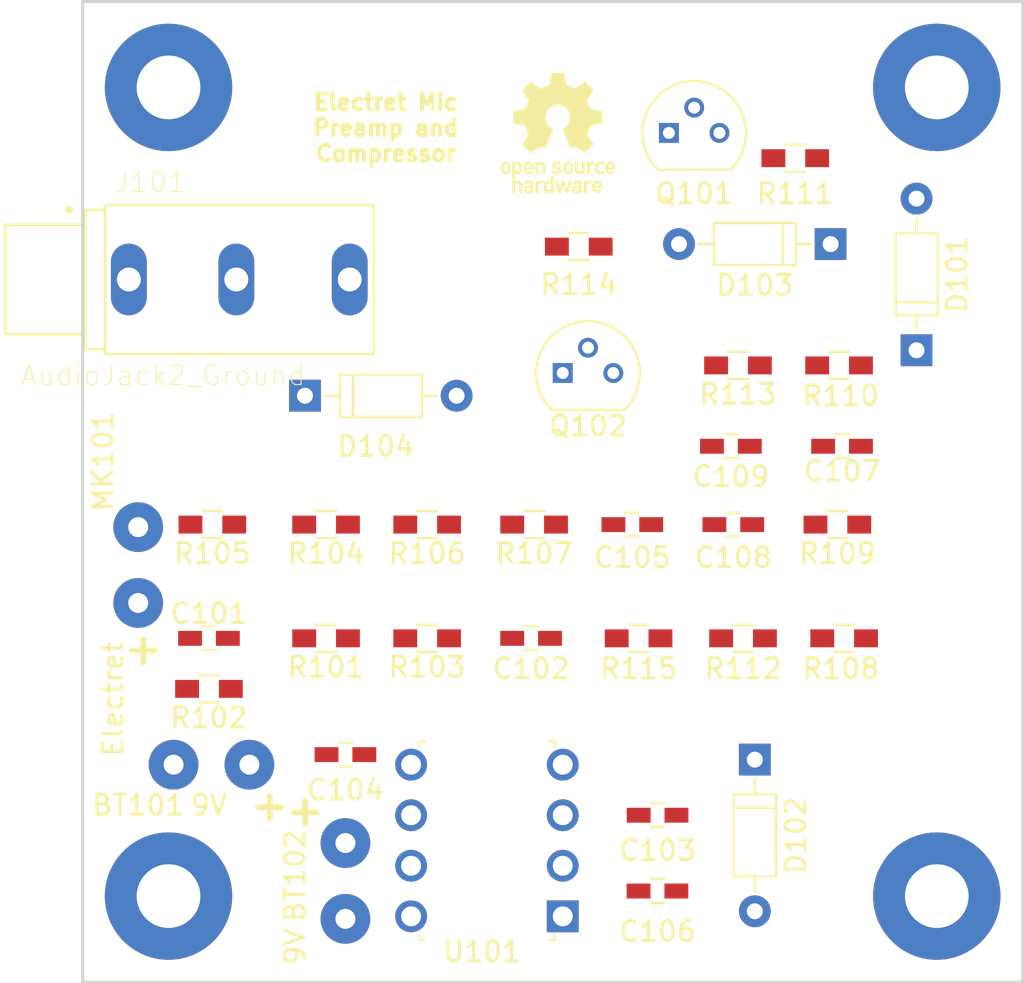
<source format=kicad_pcb>
(kicad_pcb (version 20171130) (host pcbnew "(5.0.1-3-g963ef8bb5)")

  (general
    (thickness 1.6)
    (drawings 8)
    (tracks 0)
    (zones 0)
    (modules 40)
    (nets 24)
  )

  (page A4)
  (layers
    (0 F.Cu signal)
    (31 B.Cu signal)
    (32 B.Adhes user)
    (33 F.Adhes user)
    (34 B.Paste user)
    (35 F.Paste user)
    (36 B.SilkS user)
    (37 F.SilkS user)
    (38 B.Mask user)
    (39 F.Mask user)
    (40 Dwgs.User user)
    (41 Cmts.User user)
    (42 Eco1.User user)
    (43 Eco2.User user)
    (44 Edge.Cuts user)
    (45 Margin user)
    (46 B.CrtYd user)
    (47 F.CrtYd user)
    (48 B.Fab user)
    (49 F.Fab user hide)
  )

  (setup
    (last_trace_width 0.25)
    (trace_clearance 0.2)
    (zone_clearance 0.508)
    (zone_45_only no)
    (trace_min 0.2)
    (segment_width 0.2)
    (edge_width 0.15)
    (via_size 0.8)
    (via_drill 0.4)
    (via_min_size 0.4)
    (via_min_drill 0.3)
    (uvia_size 0.3)
    (uvia_drill 0.1)
    (uvias_allowed no)
    (uvia_min_size 0.2)
    (uvia_min_drill 0.1)
    (pcb_text_width 0.3)
    (pcb_text_size 1.5 1.5)
    (mod_edge_width 0.15)
    (mod_text_size 1 1)
    (mod_text_width 0.15)
    (pad_size 3.6 1.8)
    (pad_drill 1.2)
    (pad_to_mask_clearance 0.051)
    (solder_mask_min_width 0.25)
    (aux_axis_origin 0 0)
    (visible_elements FFFFFF7F)
    (pcbplotparams
      (layerselection 0x010fc_ffffffff)
      (usegerberextensions true)
      (usegerberattributes false)
      (usegerberadvancedattributes false)
      (creategerberjobfile true)
      (excludeedgelayer true)
      (linewidth 0.100000)
      (plotframeref false)
      (viasonmask false)
      (mode 1)
      (useauxorigin false)
      (hpglpennumber 1)
      (hpglpenspeed 20)
      (hpglpendiameter 15.000000)
      (psnegative false)
      (psa4output false)
      (plotreference true)
      (plotvalue true)
      (plotinvisibletext false)
      (padsonsilk false)
      (subtractmaskfromsilk true)
      (outputformat 1)
      (mirror false)
      (drillshape 0)
      (scaleselection 1)
      (outputdirectory "gerbers/"))
  )

  (net 0 "")
  (net 1 GND)
  (net 2 "Net-(D101-Pad2)")
  (net 3 "Net-(Q102-Pad3)")
  (net 4 "Net-(C108-Pad1)")
  (net 5 "Net-(Q102-Pad1)")
  (net 6 "Net-(C102-Pad1)")
  (net 7 "Net-(R104-Pad2)")
  (net 8 "Net-(C103-Pad1)")
  (net 9 VCC)
  (net 10 "Net-(C105-Pad2)")
  (net 11 "Net-(R108-Pad2)")
  (net 12 Comp_In)
  (net 13 VEE)
  (net 14 In)
  (net 15 "Net-(C102-Pad2)")
  (net 16 "Net-(C104-Pad2)")
  (net 17 "Net-(C109-Pad2)")
  (net 18 "Net-(C107-Pad1)")
  (net 19 "Net-(D103-Pad2)")
  (net 20 "Net-(C109-Pad1)")
  (net 21 "Net-(C106-Pad1)")
  (net 22 "Net-(C101-Pad1)")
  (net 23 "Net-(J101-Pad3)")

  (net_class Default "This is the default net class."
    (clearance 0.2)
    (trace_width 0.25)
    (via_dia 0.8)
    (via_drill 0.4)
    (uvia_dia 0.3)
    (uvia_drill 0.1)
    (add_net Comp_In)
    (add_net In)
    (add_net "Net-(C101-Pad1)")
    (add_net "Net-(C102-Pad1)")
    (add_net "Net-(C102-Pad2)")
    (add_net "Net-(C103-Pad1)")
    (add_net "Net-(C104-Pad2)")
    (add_net "Net-(C105-Pad2)")
    (add_net "Net-(C106-Pad1)")
    (add_net "Net-(C107-Pad1)")
    (add_net "Net-(C108-Pad1)")
    (add_net "Net-(C109-Pad1)")
    (add_net "Net-(C109-Pad2)")
    (add_net "Net-(D101-Pad2)")
    (add_net "Net-(D103-Pad2)")
    (add_net "Net-(J101-Pad3)")
    (add_net "Net-(Q102-Pad1)")
    (add_net "Net-(Q102-Pad3)")
    (add_net "Net-(R104-Pad2)")
    (add_net "Net-(R108-Pad2)")
  )

  (net_class Power ""
    (clearance 0.25)
    (trace_width 0.35)
    (via_dia 0.8)
    (via_drill 0.4)
    (uvia_dia 0.3)
    (uvia_drill 0.1)
    (add_net GND)
    (add_net VCC)
    (add_net VEE)
  )

  (module MJ-3502:CUI_MJ-3502 (layer F.Cu) (tedit 5C5B2CE5) (tstamp 5C5A761E)
    (at 101.854 55.626)
    (path /5C5C7065)
    (fp_text reference J101 (at -4.46261 -4.88785) (layer F.SilkS)
      (effects (font (size 1.00058 1.00058) (thickness 0.05)))
    )
    (fp_text value AudioJack2_Ground (at -3.83149 4.82317) (layer F.SilkS)
      (effects (font (size 1.00169 1.00169) (thickness 0.05)))
    )
    (fp_circle (center -8.55 -3.5) (end -8.45 -3.5) (layer F.SilkS) (width 0.2))
    (fp_line (start -11.75 2.75) (end -7.75 2.75) (layer F.SilkS) (width 0.127))
    (fp_line (start -11.75 -2.75) (end -11.75 2.75) (layer F.SilkS) (width 0.127))
    (fp_line (start -7.75 -2.75) (end -11.75 -2.75) (layer F.SilkS) (width 0.127))
    (fp_line (start -11.75 2.75) (end -7.8 2.75) (layer Eco2.User) (width 0.127))
    (fp_line (start -11.75 -2.75) (end -11.75 2.75) (layer Eco2.User) (width 0.127))
    (fp_line (start -7.75 -2.75) (end -11.75 -2.75) (layer Eco2.User) (width 0.127))
    (fp_line (start -7.75 3.5) (end -6.75 3.5) (layer Eco2.User) (width 0.127))
    (fp_line (start -7.75 -2.75) (end -7.75 3.5) (layer Eco2.User) (width 0.127))
    (fp_line (start -7.75 -3.5) (end -7.75 -2.75) (layer Eco2.User) (width 0.127))
    (fp_line (start -6.75 -3.5) (end -7.75 -3.5) (layer Eco2.User) (width 0.127))
    (fp_line (start -7.75 3.5) (end -6.75 3.5) (layer F.SilkS) (width 0.127))
    (fp_line (start -7.75 2.75) (end -7.75 3.5) (layer F.SilkS) (width 0.127))
    (fp_line (start -7.75 -2.75) (end -7.75 2.75) (layer F.SilkS) (width 0.127))
    (fp_line (start -7.75 -3.5) (end -7.75 -2.75) (layer F.SilkS) (width 0.127))
    (fp_line (start -6.75 -3.5) (end -7.75 -3.5) (layer F.SilkS) (width 0.127))
    (fp_line (start -0.75 -0.65) (end -0.75 0.65) (layer Edge.Cuts) (width 0.0001))
    (fp_arc (start -0.15 -0.65) (end -0.75 -0.65) (angle 90) (layer Edge.Cuts) (width 0.0001))
    (fp_arc (start -0.15 -0.65) (end -0.15 -1.25) (angle 90) (layer Edge.Cuts) (width 0.0001))
    (fp_line (start 0.45 0.65) (end 0.45 -0.65) (layer Edge.Cuts) (width 0.0001))
    (fp_arc (start -0.15 0.65) (end 0.45 0.65) (angle 90) (layer Edge.Cuts) (width 0.0001))
    (fp_arc (start -0.15 0.65) (end -0.15 1.25) (angle 90) (layer Edge.Cuts) (width 0.0001))
    (fp_line (start 4.95 -0.65) (end 4.95 0.65) (layer Edge.Cuts) (width 0.0001))
    (fp_arc (start 5.55 -0.65) (end 4.95 -0.65) (angle 90) (layer Edge.Cuts) (width 0.0001))
    (fp_arc (start 5.55 -0.65) (end 5.55 -1.25) (angle 90) (layer Edge.Cuts) (width 0.0001))
    (fp_line (start 6.15 0.65) (end 6.15 -0.65) (layer Edge.Cuts) (width 0.0001))
    (fp_arc (start 5.55 0.65) (end 6.15 0.65) (angle 90) (layer Edge.Cuts) (width 0.0001))
    (fp_arc (start 5.55 0.65) (end 5.55 1.25) (angle 90) (layer Edge.Cuts) (width 0.0001))
    (fp_line (start -6.75 -3.5) (end -6.75 -3.75) (layer F.SilkS) (width 0.127))
    (fp_line (start -6.75 3.5) (end -6.75 -3.5) (layer F.SilkS) (width 0.127))
    (fp_line (start -6.75 3.75) (end -6.75 3.5) (layer F.SilkS) (width 0.127))
    (fp_line (start 6.75 3.75) (end -6.75 3.75) (layer F.SilkS) (width 0.127))
    (fp_line (start 6.75 -3.75) (end 6.75 3.75) (layer F.SilkS) (width 0.127))
    (fp_line (start -6.75 -3.75) (end 6.75 -3.75) (layer F.SilkS) (width 0.127))
    (fp_line (start -6.75 -3.5) (end -6.75 -3.75) (layer Eco2.User) (width 0.127))
    (fp_line (start -6.75 3.5) (end -6.75 -3.5) (layer Eco2.User) (width 0.127))
    (fp_line (start -6.75 3.75) (end -6.75 3.5) (layer Eco2.User) (width 0.127))
    (fp_line (start 6.75 3.75) (end -6.75 3.75) (layer Eco2.User) (width 0.127))
    (fp_line (start 6.75 -3.75) (end 6.75 3.75) (layer Eco2.User) (width 0.127))
    (fp_line (start -6.75 -3.75) (end 6.75 -3.75) (layer Eco2.User) (width 0.127))
    (fp_line (start -6.15 -0.65) (end -6.15 0.65) (layer Edge.Cuts) (width 0.0001))
    (fp_arc (start -5.55 -0.65) (end -6.15 -0.65) (angle 90) (layer Edge.Cuts) (width 0.0001))
    (fp_arc (start -5.55 -0.65) (end -5.55 -1.25) (angle 90) (layer Edge.Cuts) (width 0.0001))
    (fp_line (start -4.95 0.65) (end -4.95 -0.65) (layer Edge.Cuts) (width 0.0001))
    (fp_arc (start -5.55 0.65) (end -4.95 0.65) (angle 90) (layer Edge.Cuts) (width 0.0001))
    (fp_arc (start -5.55 0.65) (end -5.55 1.25) (angle 90) (layer Edge.Cuts) (width 0.0001))
    (fp_line (start -8 -3) (end -8 -4) (layer Eco1.User) (width 0.05))
    (fp_line (start -12 -3) (end -8 -3) (layer Eco1.User) (width 0.05))
    (fp_line (start -12 3) (end -12 -3) (layer Eco1.User) (width 0.05))
    (fp_line (start -8 3) (end -12 3) (layer Eco1.User) (width 0.05))
    (fp_line (start -8 4) (end -8 3) (layer Eco1.User) (width 0.05))
    (fp_line (start 7 4) (end -8 4) (layer Eco1.User) (width 0.05))
    (fp_line (start 7 -4) (end 7 4) (layer Eco1.User) (width 0.05))
    (fp_line (start -8 -4) (end 7 -4) (layer Eco1.User) (width 0.05))
    (pad 3 thru_hole oval (at 5.55 0 90) (size 3.6 1.8) (drill 1.2) (layers *.Cu *.Mask)
      (net 23 "Net-(J101-Pad3)"))
    (pad 2 thru_hole oval (at -0.15 0 90) (size 3.6 1.8) (drill 1.2) (layers *.Cu *.Mask)
      (net 20 "Net-(C109-Pad1)"))
    (pad 1 thru_hole oval (at -5.55 0 90) (size 3.6 1.8) (drill 1.2) (layers *.Cu *.Mask)
      (net 1 GND))
    (model ":User 3D:CUI_MJ-3502.step"
      (offset (xyz -12 0 7))
      (scale (xyz 1 1 1))
      (rotate (xyz 0 180 0))
    )
  )

  (module Diodes_ThroughHole:D_DO-35_SOD27_P7.62mm_Horizontal (layer F.Cu) (tedit 5921392F) (tstamp 5C59B9A7)
    (at 105.156 61.468)
    (descr "D, DO-35_SOD27 series, Axial, Horizontal, pin pitch=7.62mm, , length*diameter=4*2mm^2, , http://www.diodes.com/_files/packages/DO-35.pdf")
    (tags "D DO-35_SOD27 series Axial Horizontal pin pitch 7.62mm  length 4mm diameter 2mm")
    (path /5C576F64)
    (fp_text reference D104 (at 3.556 2.54) (layer F.SilkS)
      (effects (font (size 1 1) (thickness 0.15)))
    )
    (fp_text value 1N4148 (at 3.81 2.06) (layer F.Fab)
      (effects (font (size 1 1) (thickness 0.15)))
    )
    (fp_text user %R (at 3.81 0) (layer F.Fab)
      (effects (font (size 1 1) (thickness 0.15)))
    )
    (fp_line (start 1.81 -1) (end 1.81 1) (layer F.Fab) (width 0.1))
    (fp_line (start 1.81 1) (end 5.81 1) (layer F.Fab) (width 0.1))
    (fp_line (start 5.81 1) (end 5.81 -1) (layer F.Fab) (width 0.1))
    (fp_line (start 5.81 -1) (end 1.81 -1) (layer F.Fab) (width 0.1))
    (fp_line (start 0 0) (end 1.81 0) (layer F.Fab) (width 0.1))
    (fp_line (start 7.62 0) (end 5.81 0) (layer F.Fab) (width 0.1))
    (fp_line (start 2.41 -1) (end 2.41 1) (layer F.Fab) (width 0.1))
    (fp_line (start 1.75 -1.06) (end 1.75 1.06) (layer F.SilkS) (width 0.12))
    (fp_line (start 1.75 1.06) (end 5.87 1.06) (layer F.SilkS) (width 0.12))
    (fp_line (start 5.87 1.06) (end 5.87 -1.06) (layer F.SilkS) (width 0.12))
    (fp_line (start 5.87 -1.06) (end 1.75 -1.06) (layer F.SilkS) (width 0.12))
    (fp_line (start 0.98 0) (end 1.75 0) (layer F.SilkS) (width 0.12))
    (fp_line (start 6.64 0) (end 5.87 0) (layer F.SilkS) (width 0.12))
    (fp_line (start 2.41 -1.06) (end 2.41 1.06) (layer F.SilkS) (width 0.12))
    (fp_line (start -1.05 -1.35) (end -1.05 1.35) (layer F.CrtYd) (width 0.05))
    (fp_line (start -1.05 1.35) (end 8.7 1.35) (layer F.CrtYd) (width 0.05))
    (fp_line (start 8.7 1.35) (end 8.7 -1.35) (layer F.CrtYd) (width 0.05))
    (fp_line (start 8.7 -1.35) (end -1.05 -1.35) (layer F.CrtYd) (width 0.05))
    (pad 1 thru_hole rect (at 0 0) (size 1.6 1.6) (drill 0.8) (layers *.Cu *.Mask)
      (net 1 GND))
    (pad 2 thru_hole oval (at 7.62 0) (size 1.6 1.6) (drill 0.8) (layers *.Cu *.Mask)
      (net 17 "Net-(C109-Pad2)"))
    (model ${KISYS3DMOD}/Diode_THT.3dshapes/D_DO-35_SOD27_P7.62mm_Horizontal.wrl
      (at (xyz 0 0 0))
      (scale (xyz 1 1 1))
      (rotate (xyz 0 0 0))
    )
  )

  (module Diodes_ThroughHole:D_DO-35_SOD27_P7.62mm_Horizontal (layer F.Cu) (tedit 5921392F) (tstamp 5C593AF6)
    (at 131.572 53.848 180)
    (descr "D, DO-35_SOD27 series, Axial, Horizontal, pin pitch=7.62mm, , length*diameter=4*2mm^2, , http://www.diodes.com/_files/packages/DO-35.pdf")
    (tags "D DO-35_SOD27 series Axial Horizontal pin pitch 7.62mm  length 4mm diameter 2mm")
    (path /5C576ECC)
    (fp_text reference D103 (at 3.81 -2.06 180) (layer F.SilkS)
      (effects (font (size 1 1) (thickness 0.15)))
    )
    (fp_text value 1N4148 (at 3.81 2.06 180) (layer F.Fab)
      (effects (font (size 1 1) (thickness 0.15)))
    )
    (fp_text user %R (at 3.81 0 180) (layer F.Fab)
      (effects (font (size 1 1) (thickness 0.15)))
    )
    (fp_line (start 1.81 -1) (end 1.81 1) (layer F.Fab) (width 0.1))
    (fp_line (start 1.81 1) (end 5.81 1) (layer F.Fab) (width 0.1))
    (fp_line (start 5.81 1) (end 5.81 -1) (layer F.Fab) (width 0.1))
    (fp_line (start 5.81 -1) (end 1.81 -1) (layer F.Fab) (width 0.1))
    (fp_line (start 0 0) (end 1.81 0) (layer F.Fab) (width 0.1))
    (fp_line (start 7.62 0) (end 5.81 0) (layer F.Fab) (width 0.1))
    (fp_line (start 2.41 -1) (end 2.41 1) (layer F.Fab) (width 0.1))
    (fp_line (start 1.75 -1.06) (end 1.75 1.06) (layer F.SilkS) (width 0.12))
    (fp_line (start 1.75 1.06) (end 5.87 1.06) (layer F.SilkS) (width 0.12))
    (fp_line (start 5.87 1.06) (end 5.87 -1.06) (layer F.SilkS) (width 0.12))
    (fp_line (start 5.87 -1.06) (end 1.75 -1.06) (layer F.SilkS) (width 0.12))
    (fp_line (start 0.98 0) (end 1.75 0) (layer F.SilkS) (width 0.12))
    (fp_line (start 6.64 0) (end 5.87 0) (layer F.SilkS) (width 0.12))
    (fp_line (start 2.41 -1.06) (end 2.41 1.06) (layer F.SilkS) (width 0.12))
    (fp_line (start -1.05 -1.35) (end -1.05 1.35) (layer F.CrtYd) (width 0.05))
    (fp_line (start -1.05 1.35) (end 8.7 1.35) (layer F.CrtYd) (width 0.05))
    (fp_line (start 8.7 1.35) (end 8.7 -1.35) (layer F.CrtYd) (width 0.05))
    (fp_line (start 8.7 -1.35) (end -1.05 -1.35) (layer F.CrtYd) (width 0.05))
    (pad 1 thru_hole rect (at 0 0 180) (size 1.6 1.6) (drill 0.8) (layers *.Cu *.Mask)
      (net 17 "Net-(C109-Pad2)"))
    (pad 2 thru_hole oval (at 7.62 0 180) (size 1.6 1.6) (drill 0.8) (layers *.Cu *.Mask)
      (net 19 "Net-(D103-Pad2)"))
    (model ${KISYS3DMOD}/Diodes_THT.3dshapes/D_DO-35_SOD27_P7.62mm_Horizontal.wrl
      (at (xyz 0 0 0))
      (scale (xyz 0.393701 0.393701 0.393701))
      (rotate (xyz 0 0 0))
    )
    (model ${KISYS3DMOD}/Diode_THT.3dshapes/D_DO-35_SOD27_P7.62mm_Horizontal.wrl
      (at (xyz 0 0 0))
      (scale (xyz 1 1 1))
      (rotate (xyz 0 0 0))
    )
  )

  (module Diodes_ThroughHole:D_DO-35_SOD27_P7.62mm_Horizontal (layer F.Cu) (tedit 5921392F) (tstamp 5C5A9CA4)
    (at 127.762 79.756 270)
    (descr "D, DO-35_SOD27 series, Axial, Horizontal, pin pitch=7.62mm, , length*diameter=4*2mm^2, , http://www.diodes.com/_files/packages/DO-35.pdf")
    (tags "D DO-35_SOD27 series Axial Horizontal pin pitch 7.62mm  length 4mm diameter 2mm")
    (path /5C576E46)
    (fp_text reference D102 (at 3.81 -2.06 270) (layer F.SilkS)
      (effects (font (size 1 1) (thickness 0.15)))
    )
    (fp_text value 1N4148 (at 3.81 2.06 270) (layer F.Fab)
      (effects (font (size 1 1) (thickness 0.15)))
    )
    (fp_text user %R (at 3.81 0 270) (layer F.Fab)
      (effects (font (size 1 1) (thickness 0.15)))
    )
    (fp_line (start 1.81 -1) (end 1.81 1) (layer F.Fab) (width 0.1))
    (fp_line (start 1.81 1) (end 5.81 1) (layer F.Fab) (width 0.1))
    (fp_line (start 5.81 1) (end 5.81 -1) (layer F.Fab) (width 0.1))
    (fp_line (start 5.81 -1) (end 1.81 -1) (layer F.Fab) (width 0.1))
    (fp_line (start 0 0) (end 1.81 0) (layer F.Fab) (width 0.1))
    (fp_line (start 7.62 0) (end 5.81 0) (layer F.Fab) (width 0.1))
    (fp_line (start 2.41 -1) (end 2.41 1) (layer F.Fab) (width 0.1))
    (fp_line (start 1.75 -1.06) (end 1.75 1.06) (layer F.SilkS) (width 0.12))
    (fp_line (start 1.75 1.06) (end 5.87 1.06) (layer F.SilkS) (width 0.12))
    (fp_line (start 5.87 1.06) (end 5.87 -1.06) (layer F.SilkS) (width 0.12))
    (fp_line (start 5.87 -1.06) (end 1.75 -1.06) (layer F.SilkS) (width 0.12))
    (fp_line (start 0.98 0) (end 1.75 0) (layer F.SilkS) (width 0.12))
    (fp_line (start 6.64 0) (end 5.87 0) (layer F.SilkS) (width 0.12))
    (fp_line (start 2.41 -1.06) (end 2.41 1.06) (layer F.SilkS) (width 0.12))
    (fp_line (start -1.05 -1.35) (end -1.05 1.35) (layer F.CrtYd) (width 0.05))
    (fp_line (start -1.05 1.35) (end 8.7 1.35) (layer F.CrtYd) (width 0.05))
    (fp_line (start 8.7 1.35) (end 8.7 -1.35) (layer F.CrtYd) (width 0.05))
    (fp_line (start 8.7 -1.35) (end -1.05 -1.35) (layer F.CrtYd) (width 0.05))
    (pad 1 thru_hole rect (at 0 0 270) (size 1.6 1.6) (drill 0.8) (layers *.Cu *.Mask)
      (net 4 "Net-(C108-Pad1)"))
    (pad 2 thru_hole oval (at 7.62 0 270) (size 1.6 1.6) (drill 0.8) (layers *.Cu *.Mask)
      (net 21 "Net-(C106-Pad1)"))
    (model ${KISYS3DMOD}/Diodes_THT.3dshapes/D_DO-35_SOD27_P7.62mm_Horizontal.wrl
      (at (xyz 0 0 0))
      (scale (xyz 0.393701 0.393701 0.393701))
      (rotate (xyz 0 0 0))
    )
    (model ${KISYS3DMOD}/Diode_THT.3dshapes/D_DO-35_SOD27_P7.62mm_Horizontal.wrl
      (at (xyz 0 0 0))
      (scale (xyz 1 1 1))
      (rotate (xyz 0 0 0))
    )
  )

  (module Diodes_ThroughHole:D_DO-35_SOD27_P7.62mm_Horizontal (layer F.Cu) (tedit 5921392F) (tstamp 5C593AC4)
    (at 135.89 59.182 90)
    (descr "D, DO-35_SOD27 series, Axial, Horizontal, pin pitch=7.62mm, , length*diameter=4*2mm^2, , http://www.diodes.com/_files/packages/DO-35.pdf")
    (tags "D DO-35_SOD27 series Axial Horizontal pin pitch 7.62mm  length 4mm diameter 2mm")
    (path /5C576D9C)
    (fp_text reference D101 (at 3.81 2.032 90) (layer F.SilkS)
      (effects (font (size 1 1) (thickness 0.15)))
    )
    (fp_text value 1N4148 (at 3.81 2.06 90) (layer F.Fab)
      (effects (font (size 1 1) (thickness 0.15)))
    )
    (fp_text user %R (at 3.81 0 90) (layer F.Fab)
      (effects (font (size 1 1) (thickness 0.15)))
    )
    (fp_line (start 1.81 -1) (end 1.81 1) (layer F.Fab) (width 0.1))
    (fp_line (start 1.81 1) (end 5.81 1) (layer F.Fab) (width 0.1))
    (fp_line (start 5.81 1) (end 5.81 -1) (layer F.Fab) (width 0.1))
    (fp_line (start 5.81 -1) (end 1.81 -1) (layer F.Fab) (width 0.1))
    (fp_line (start 0 0) (end 1.81 0) (layer F.Fab) (width 0.1))
    (fp_line (start 7.62 0) (end 5.81 0) (layer F.Fab) (width 0.1))
    (fp_line (start 2.41 -1) (end 2.41 1) (layer F.Fab) (width 0.1))
    (fp_line (start 1.75 -1.06) (end 1.75 1.06) (layer F.SilkS) (width 0.12))
    (fp_line (start 1.75 1.06) (end 5.87 1.06) (layer F.SilkS) (width 0.12))
    (fp_line (start 5.87 1.06) (end 5.87 -1.06) (layer F.SilkS) (width 0.12))
    (fp_line (start 5.87 -1.06) (end 1.75 -1.06) (layer F.SilkS) (width 0.12))
    (fp_line (start 0.98 0) (end 1.75 0) (layer F.SilkS) (width 0.12))
    (fp_line (start 6.64 0) (end 5.87 0) (layer F.SilkS) (width 0.12))
    (fp_line (start 2.41 -1.06) (end 2.41 1.06) (layer F.SilkS) (width 0.12))
    (fp_line (start -1.05 -1.35) (end -1.05 1.35) (layer F.CrtYd) (width 0.05))
    (fp_line (start -1.05 1.35) (end 8.7 1.35) (layer F.CrtYd) (width 0.05))
    (fp_line (start 8.7 1.35) (end 8.7 -1.35) (layer F.CrtYd) (width 0.05))
    (fp_line (start 8.7 -1.35) (end -1.05 -1.35) (layer F.CrtYd) (width 0.05))
    (pad 1 thru_hole rect (at 0 0 90) (size 1.6 1.6) (drill 0.8) (layers *.Cu *.Mask)
      (net 21 "Net-(C106-Pad1)"))
    (pad 2 thru_hole oval (at 7.62 0 90) (size 1.6 1.6) (drill 0.8) (layers *.Cu *.Mask)
      (net 2 "Net-(D101-Pad2)"))
    (model ${KISYS3DMOD}/Diodes_THT.3dshapes/D_DO-35_SOD27_P7.62mm_Horizontal.wrl
      (at (xyz 0 0 0))
      (scale (xyz 0.393701 0.393701 0.393701))
      (rotate (xyz 0 0 0))
    )
    (model ${KISYS3DMOD}/Diode_THT.3dshapes/D_DO-35_SOD27_P7.62mm_Horizontal.wrl
      (at (xyz 0 0 0))
      (scale (xyz 1 1 1))
      (rotate (xyz 0 0 0))
    )
  )

  (module smd_tclarke:C_0603_HandSoldering (layer F.Cu) (tedit 5C5B132B) (tstamp 5C593BC7)
    (at 116.52 73.66 180)
    (descr "Capacitor SMD 0603, hand soldering")
    (tags "capacitor 0603")
    (path /5C587218)
    (attr smd)
    (fp_text reference C102 (at 0 -1.524 180) (layer F.SilkS)
      (effects (font (size 1 1) (thickness 0.15)))
    )
    (fp_text value 1n (at -2.54 0 180) (layer F.Fab)
      (effects (font (size 1 1) (thickness 0.15)))
    )
    (fp_text user %R (at 0 -1.25 180) (layer F.Fab)
      (effects (font (size 1 1) (thickness 0.15)))
    )
    (fp_line (start -0.8 0.4) (end -0.8 -0.4) (layer F.Fab) (width 0.1))
    (fp_line (start 0.8 0.4) (end -0.8 0.4) (layer F.Fab) (width 0.1))
    (fp_line (start 0.8 -0.4) (end 0.8 0.4) (layer F.Fab) (width 0.1))
    (fp_line (start -0.8 -0.4) (end 0.8 -0.4) (layer F.Fab) (width 0.1))
    (fp_line (start -0.35 -0.6) (end 0.35 -0.6) (layer F.SilkS) (width 0.12))
    (fp_line (start 0.35 0.6) (end -0.35 0.6) (layer F.SilkS) (width 0.12))
    (fp_line (start -1.8 -0.65) (end 1.8 -0.65) (layer F.CrtYd) (width 0.05))
    (fp_line (start -1.8 -0.65) (end -1.8 0.65) (layer F.CrtYd) (width 0.05))
    (fp_line (start 1.8 0.65) (end 1.8 -0.65) (layer F.CrtYd) (width 0.05))
    (fp_line (start 1.8 0.65) (end -1.8 0.65) (layer F.CrtYd) (width 0.05))
    (pad 1 smd rect (at -0.95 0 180) (size 1.2 0.75) (layers F.Cu F.Paste F.Mask)
      (net 6 "Net-(C102-Pad1)"))
    (pad 2 smd rect (at 0.95 0 180) (size 1.2 0.75) (layers F.Cu F.Paste F.Mask)
      (net 15 "Net-(C102-Pad2)"))
    (model Capacitors_SMD.3dshapes/C_0603.wrl
      (at (xyz 0 0 0))
      (scale (xyz 1 1 1))
      (rotate (xyz 0 0 0))
    )
    (model ${KISYS3DMOD}/Capacitor_SMD.3dshapes/C_0603_1608Metric.wrl
      (at (xyz 0 0 0))
      (scale (xyz 1 1 1))
      (rotate (xyz 0 0 0))
    )
  )

  (module smd_tclarke:C_0603_HandSoldering (layer F.Cu) (tedit 5C5B132B) (tstamp 5C593BB6)
    (at 121.605 67.945)
    (descr "Capacitor SMD 0603, hand soldering")
    (tags "capacitor 0603")
    (path /5C592492)
    (attr smd)
    (fp_text reference C105 (at 0 1.651) (layer F.SilkS)
      (effects (font (size 1 1) (thickness 0.15)))
    )
    (fp_text value 100p (at 0 1.5) (layer F.Fab)
      (effects (font (size 1 1) (thickness 0.15)))
    )
    (fp_text user %R (at 0 -1.25) (layer F.Fab)
      (effects (font (size 1 1) (thickness 0.15)))
    )
    (fp_line (start -0.8 0.4) (end -0.8 -0.4) (layer F.Fab) (width 0.1))
    (fp_line (start 0.8 0.4) (end -0.8 0.4) (layer F.Fab) (width 0.1))
    (fp_line (start 0.8 -0.4) (end 0.8 0.4) (layer F.Fab) (width 0.1))
    (fp_line (start -0.8 -0.4) (end 0.8 -0.4) (layer F.Fab) (width 0.1))
    (fp_line (start -0.35 -0.6) (end 0.35 -0.6) (layer F.SilkS) (width 0.12))
    (fp_line (start 0.35 0.6) (end -0.35 0.6) (layer F.SilkS) (width 0.12))
    (fp_line (start -1.8 -0.65) (end 1.8 -0.65) (layer F.CrtYd) (width 0.05))
    (fp_line (start -1.8 -0.65) (end -1.8 0.65) (layer F.CrtYd) (width 0.05))
    (fp_line (start 1.8 0.65) (end 1.8 -0.65) (layer F.CrtYd) (width 0.05))
    (fp_line (start 1.8 0.65) (end -1.8 0.65) (layer F.CrtYd) (width 0.05))
    (pad 1 smd rect (at -0.95 0) (size 1.2 0.75) (layers F.Cu F.Paste F.Mask)
      (net 1 GND))
    (pad 2 smd rect (at 0.95 0) (size 1.2 0.75) (layers F.Cu F.Paste F.Mask)
      (net 10 "Net-(C105-Pad2)"))
    (model Capacitors_SMD.3dshapes/C_0603.wrl
      (at (xyz 0 0 0))
      (scale (xyz 1 1 1))
      (rotate (xyz 0 0 0))
    )
    (model ${KISYS3DMOD}/Capacitor_SMD.3dshapes/C_0603_1608Metric.wrl
      (at (xyz 0 0 0))
      (scale (xyz 1 1 1))
      (rotate (xyz 0 0 0))
    )
  )

  (module smd_tclarke:C_0603_HandSoldering (layer F.Cu) (tedit 5C5B132B) (tstamp 5C5A899A)
    (at 122.875 82.55)
    (descr "Capacitor SMD 0603, hand soldering")
    (tags "capacitor 0603")
    (path /5C58751E)
    (attr smd)
    (fp_text reference C103 (at 0 1.778) (layer F.SilkS)
      (effects (font (size 1 1) (thickness 0.15)))
    )
    (fp_text value 1n (at 2.86 0) (layer F.Fab)
      (effects (font (size 1 1) (thickness 0.15)))
    )
    (fp_text user %R (at 0 -1.25) (layer F.Fab)
      (effects (font (size 1 1) (thickness 0.15)))
    )
    (fp_line (start -0.8 0.4) (end -0.8 -0.4) (layer F.Fab) (width 0.1))
    (fp_line (start 0.8 0.4) (end -0.8 0.4) (layer F.Fab) (width 0.1))
    (fp_line (start 0.8 -0.4) (end 0.8 0.4) (layer F.Fab) (width 0.1))
    (fp_line (start -0.8 -0.4) (end 0.8 -0.4) (layer F.Fab) (width 0.1))
    (fp_line (start -0.35 -0.6) (end 0.35 -0.6) (layer F.SilkS) (width 0.12))
    (fp_line (start 0.35 0.6) (end -0.35 0.6) (layer F.SilkS) (width 0.12))
    (fp_line (start -1.8 -0.65) (end 1.8 -0.65) (layer F.CrtYd) (width 0.05))
    (fp_line (start -1.8 -0.65) (end -1.8 0.65) (layer F.CrtYd) (width 0.05))
    (fp_line (start 1.8 0.65) (end 1.8 -0.65) (layer F.CrtYd) (width 0.05))
    (fp_line (start 1.8 0.65) (end -1.8 0.65) (layer F.CrtYd) (width 0.05))
    (pad 1 smd rect (at -0.95 0) (size 1.2 0.75) (layers F.Cu F.Paste F.Mask)
      (net 8 "Net-(C103-Pad1)"))
    (pad 2 smd rect (at 0.95 0) (size 1.2 0.75) (layers F.Cu F.Paste F.Mask)
      (net 1 GND))
    (model Capacitors_SMD.3dshapes/C_0603.wrl
      (at (xyz 0 0 0))
      (scale (xyz 1 1 1))
      (rotate (xyz 0 0 0))
    )
    (model ${KISYS3DMOD}/Capacitor_SMD.3dshapes/C_0603_1608Metric.wrl
      (at (xyz 0 0 0))
      (scale (xyz 1 1 1))
      (rotate (xyz 0 0 0))
    )
  )

  (module smd_tclarke:C_0603_HandSoldering (layer F.Cu) (tedit 5C5B132B) (tstamp 5C5A86FE)
    (at 100.33 73.66)
    (descr "Capacitor SMD 0603, hand soldering")
    (tags "capacitor 0603")
    (path /5C5D0828)
    (attr smd)
    (fp_text reference C101 (at 0 -1.25) (layer F.SilkS)
      (effects (font (size 1 1) (thickness 0.15)))
    )
    (fp_text value 10u (at 0 -2.54) (layer F.Fab)
      (effects (font (size 1 1) (thickness 0.15)))
    )
    (fp_text user %R (at 0 -1.25) (layer F.Fab)
      (effects (font (size 1 1) (thickness 0.15)))
    )
    (fp_line (start -0.8 0.4) (end -0.8 -0.4) (layer F.Fab) (width 0.1))
    (fp_line (start 0.8 0.4) (end -0.8 0.4) (layer F.Fab) (width 0.1))
    (fp_line (start 0.8 -0.4) (end 0.8 0.4) (layer F.Fab) (width 0.1))
    (fp_line (start -0.8 -0.4) (end 0.8 -0.4) (layer F.Fab) (width 0.1))
    (fp_line (start -0.35 -0.6) (end 0.35 -0.6) (layer F.SilkS) (width 0.12))
    (fp_line (start 0.35 0.6) (end -0.35 0.6) (layer F.SilkS) (width 0.12))
    (fp_line (start -1.8 -0.65) (end 1.8 -0.65) (layer F.CrtYd) (width 0.05))
    (fp_line (start -1.8 -0.65) (end -1.8 0.65) (layer F.CrtYd) (width 0.05))
    (fp_line (start 1.8 0.65) (end 1.8 -0.65) (layer F.CrtYd) (width 0.05))
    (fp_line (start 1.8 0.65) (end -1.8 0.65) (layer F.CrtYd) (width 0.05))
    (pad 1 smd rect (at -0.95 0) (size 1.2 0.75) (layers F.Cu F.Paste F.Mask)
      (net 22 "Net-(C101-Pad1)"))
    (pad 2 smd rect (at 0.95 0) (size 1.2 0.75) (layers F.Cu F.Paste F.Mask)
      (net 14 In))
    (model Capacitors_SMD.3dshapes/C_0603.wrl
      (at (xyz 0 0 0))
      (scale (xyz 1 1 1))
      (rotate (xyz 0 0 0))
    )
    (model ${KISYS3DMOD}/Capacitor_SMD.3dshapes/C_0603_1608Metric.wrl
      (at (xyz 0 0 0))
      (scale (xyz 1 1 1))
      (rotate (xyz 0 0 0))
    )
  )

  (module smd_tclarke:C_0603_HandSoldering (layer F.Cu) (tedit 5C5B132B) (tstamp 5C593B83)
    (at 107.188 79.502 180)
    (descr "Capacitor SMD 0603, hand soldering")
    (tags "capacitor 0603")
    (path /5C5920B6)
    (attr smd)
    (fp_text reference C104 (at 0 -1.778 180) (layer F.SilkS)
      (effects (font (size 1 1) (thickness 0.15)))
    )
    (fp_text value 1n (at 0 1.5 180) (layer F.Fab)
      (effects (font (size 1 1) (thickness 0.15)))
    )
    (fp_text user %R (at 0 -1.25 180) (layer F.Fab)
      (effects (font (size 1 1) (thickness 0.15)))
    )
    (fp_line (start -0.8 0.4) (end -0.8 -0.4) (layer F.Fab) (width 0.1))
    (fp_line (start 0.8 0.4) (end -0.8 0.4) (layer F.Fab) (width 0.1))
    (fp_line (start 0.8 -0.4) (end 0.8 0.4) (layer F.Fab) (width 0.1))
    (fp_line (start -0.8 -0.4) (end 0.8 -0.4) (layer F.Fab) (width 0.1))
    (fp_line (start -0.35 -0.6) (end 0.35 -0.6) (layer F.SilkS) (width 0.12))
    (fp_line (start 0.35 0.6) (end -0.35 0.6) (layer F.SilkS) (width 0.12))
    (fp_line (start -1.8 -0.65) (end 1.8 -0.65) (layer F.CrtYd) (width 0.05))
    (fp_line (start -1.8 -0.65) (end -1.8 0.65) (layer F.CrtYd) (width 0.05))
    (fp_line (start 1.8 0.65) (end 1.8 -0.65) (layer F.CrtYd) (width 0.05))
    (fp_line (start 1.8 0.65) (end -1.8 0.65) (layer F.CrtYd) (width 0.05))
    (pad 1 smd rect (at -0.95 0 180) (size 1.2 0.75) (layers F.Cu F.Paste F.Mask)
      (net 12 Comp_In))
    (pad 2 smd rect (at 0.95 0 180) (size 1.2 0.75) (layers F.Cu F.Paste F.Mask)
      (net 16 "Net-(C104-Pad2)"))
    (model Capacitors_SMD.3dshapes/C_0603.wrl
      (at (xyz 0 0 0))
      (scale (xyz 1 1 1))
      (rotate (xyz 0 0 0))
    )
    (model ${KISYS3DMOD}/Capacitor_SMD.3dshapes/C_0603_1608Metric.wrl
      (at (xyz 0 0 0))
      (scale (xyz 1 1 1))
      (rotate (xyz 0 0 0))
    )
  )

  (module smd_tclarke:C_0603_HandSoldering (layer F.Cu) (tedit 5C5B132B) (tstamp 5C593B72)
    (at 126.558 64.008)
    (descr "Capacitor SMD 0603, hand soldering")
    (tags "capacitor 0603")
    (path /5C57730C)
    (attr smd)
    (fp_text reference C109 (at 0 1.524) (layer F.SilkS)
      (effects (font (size 1 1) (thickness 0.15)))
    )
    (fp_text value 47n (at 0 1.5) (layer F.Fab)
      (effects (font (size 1 1) (thickness 0.15)))
    )
    (fp_text user %R (at 0 -1.25) (layer F.Fab)
      (effects (font (size 1 1) (thickness 0.15)))
    )
    (fp_line (start -0.8 0.4) (end -0.8 -0.4) (layer F.Fab) (width 0.1))
    (fp_line (start 0.8 0.4) (end -0.8 0.4) (layer F.Fab) (width 0.1))
    (fp_line (start 0.8 -0.4) (end 0.8 0.4) (layer F.Fab) (width 0.1))
    (fp_line (start -0.8 -0.4) (end 0.8 -0.4) (layer F.Fab) (width 0.1))
    (fp_line (start -0.35 -0.6) (end 0.35 -0.6) (layer F.SilkS) (width 0.12))
    (fp_line (start 0.35 0.6) (end -0.35 0.6) (layer F.SilkS) (width 0.12))
    (fp_line (start -1.8 -0.65) (end 1.8 -0.65) (layer F.CrtYd) (width 0.05))
    (fp_line (start -1.8 -0.65) (end -1.8 0.65) (layer F.CrtYd) (width 0.05))
    (fp_line (start 1.8 0.65) (end 1.8 -0.65) (layer F.CrtYd) (width 0.05))
    (fp_line (start 1.8 0.65) (end -1.8 0.65) (layer F.CrtYd) (width 0.05))
    (pad 1 smd rect (at -0.95 0) (size 1.2 0.75) (layers F.Cu F.Paste F.Mask)
      (net 20 "Net-(C109-Pad1)"))
    (pad 2 smd rect (at 0.95 0) (size 1.2 0.75) (layers F.Cu F.Paste F.Mask)
      (net 17 "Net-(C109-Pad2)"))
    (model Capacitors_SMD.3dshapes/C_0603.wrl
      (at (xyz 0 0 0))
      (scale (xyz 1 1 1))
      (rotate (xyz 0 0 0))
    )
    (model ${KISYS3DMOD}/Capacitor_SMD.3dshapes/C_0603_1608Metric.wrl
      (at (xyz 0 0 0))
      (scale (xyz 1 1 1))
      (rotate (xyz 0 0 0))
    )
  )

  (module smd_tclarke:C_0603_HandSoldering (layer F.Cu) (tedit 5C5B132B) (tstamp 5C593B61)
    (at 126.68 67.945)
    (descr "Capacitor SMD 0603, hand soldering")
    (tags "capacitor 0603")
    (path /5C576FCE)
    (attr smd)
    (fp_text reference C108 (at 0 1.651) (layer F.SilkS)
      (effects (font (size 1 1) (thickness 0.15)))
    )
    (fp_text value 1u (at 0 1.5) (layer F.Fab)
      (effects (font (size 1 1) (thickness 0.15)))
    )
    (fp_text user %R (at 0 -1.25) (layer F.Fab)
      (effects (font (size 1 1) (thickness 0.15)))
    )
    (fp_line (start -0.8 0.4) (end -0.8 -0.4) (layer F.Fab) (width 0.1))
    (fp_line (start 0.8 0.4) (end -0.8 0.4) (layer F.Fab) (width 0.1))
    (fp_line (start 0.8 -0.4) (end 0.8 0.4) (layer F.Fab) (width 0.1))
    (fp_line (start -0.8 -0.4) (end 0.8 -0.4) (layer F.Fab) (width 0.1))
    (fp_line (start -0.35 -0.6) (end 0.35 -0.6) (layer F.SilkS) (width 0.12))
    (fp_line (start 0.35 0.6) (end -0.35 0.6) (layer F.SilkS) (width 0.12))
    (fp_line (start -1.8 -0.65) (end 1.8 -0.65) (layer F.CrtYd) (width 0.05))
    (fp_line (start -1.8 -0.65) (end -1.8 0.65) (layer F.CrtYd) (width 0.05))
    (fp_line (start 1.8 0.65) (end 1.8 -0.65) (layer F.CrtYd) (width 0.05))
    (fp_line (start 1.8 0.65) (end -1.8 0.65) (layer F.CrtYd) (width 0.05))
    (pad 1 smd rect (at -0.95 0) (size 1.2 0.75) (layers F.Cu F.Paste F.Mask)
      (net 4 "Net-(C108-Pad1)"))
    (pad 2 smd rect (at 0.95 0) (size 1.2 0.75) (layers F.Cu F.Paste F.Mask)
      (net 1 GND))
    (model Capacitors_SMD.3dshapes/C_0603.wrl
      (at (xyz 0 0 0))
      (scale (xyz 1 1 1))
      (rotate (xyz 0 0 0))
    )
    (model ${KISYS3DMOD}/Capacitor_SMD.3dshapes/C_0603_1608Metric.wrl
      (at (xyz 0 0 0))
      (scale (xyz 1 1 1))
      (rotate (xyz 0 0 0))
    )
  )

  (module smd_tclarke:C_0603_HandSoldering (layer F.Cu) (tedit 5C5B132B) (tstamp 5C593B50)
    (at 132.146 64.008 180)
    (descr "Capacitor SMD 0603, hand soldering")
    (tags "capacitor 0603")
    (path /5C576BE0)
    (attr smd)
    (fp_text reference C107 (at 0 -1.25 180) (layer F.SilkS)
      (effects (font (size 1 1) (thickness 0.15)))
    )
    (fp_text value 47n (at 0 1.5 180) (layer F.Fab)
      (effects (font (size 1 1) (thickness 0.15)))
    )
    (fp_text user %R (at 0 -1.25 180) (layer F.Fab)
      (effects (font (size 1 1) (thickness 0.15)))
    )
    (fp_line (start -0.8 0.4) (end -0.8 -0.4) (layer F.Fab) (width 0.1))
    (fp_line (start 0.8 0.4) (end -0.8 0.4) (layer F.Fab) (width 0.1))
    (fp_line (start 0.8 -0.4) (end 0.8 0.4) (layer F.Fab) (width 0.1))
    (fp_line (start -0.8 -0.4) (end 0.8 -0.4) (layer F.Fab) (width 0.1))
    (fp_line (start -0.35 -0.6) (end 0.35 -0.6) (layer F.SilkS) (width 0.12))
    (fp_line (start 0.35 0.6) (end -0.35 0.6) (layer F.SilkS) (width 0.12))
    (fp_line (start -1.8 -0.65) (end 1.8 -0.65) (layer F.CrtYd) (width 0.05))
    (fp_line (start -1.8 -0.65) (end -1.8 0.65) (layer F.CrtYd) (width 0.05))
    (fp_line (start 1.8 0.65) (end 1.8 -0.65) (layer F.CrtYd) (width 0.05))
    (fp_line (start 1.8 0.65) (end -1.8 0.65) (layer F.CrtYd) (width 0.05))
    (pad 1 smd rect (at -0.95 0 180) (size 1.2 0.75) (layers F.Cu F.Paste F.Mask)
      (net 18 "Net-(C107-Pad1)"))
    (pad 2 smd rect (at 0.95 0 180) (size 1.2 0.75) (layers F.Cu F.Paste F.Mask)
      (net 12 Comp_In))
    (model Capacitors_SMD.3dshapes/C_0603.wrl
      (at (xyz 0 0 0))
      (scale (xyz 1 1 1))
      (rotate (xyz 0 0 0))
    )
    (model ${KISYS3DMOD}/Capacitor_SMD.3dshapes/C_0603_1608Metric.wrl
      (at (xyz 0 0 0))
      (scale (xyz 1 1 1))
      (rotate (xyz 0 0 0))
    )
  )

  (module smd_tclarke:C_0603_HandSoldering (layer F.Cu) (tedit 5C5B132B) (tstamp 5C593B3F)
    (at 122.87 86.36 180)
    (descr "Capacitor SMD 0603, hand soldering")
    (tags "capacitor 0603")
    (path /5C576CFA)
    (attr smd)
    (fp_text reference C106 (at 0 -2.032 180) (layer F.SilkS)
      (effects (font (size 1 1) (thickness 0.15)))
    )
    (fp_text value 470n (at 0 1.5 180) (layer F.Fab)
      (effects (font (size 1 1) (thickness 0.15)))
    )
    (fp_text user %R (at 0 -1.25 180) (layer F.Fab)
      (effects (font (size 1 1) (thickness 0.15)))
    )
    (fp_line (start -0.8 0.4) (end -0.8 -0.4) (layer F.Fab) (width 0.1))
    (fp_line (start 0.8 0.4) (end -0.8 0.4) (layer F.Fab) (width 0.1))
    (fp_line (start 0.8 -0.4) (end 0.8 0.4) (layer F.Fab) (width 0.1))
    (fp_line (start -0.8 -0.4) (end 0.8 -0.4) (layer F.Fab) (width 0.1))
    (fp_line (start -0.35 -0.6) (end 0.35 -0.6) (layer F.SilkS) (width 0.12))
    (fp_line (start 0.35 0.6) (end -0.35 0.6) (layer F.SilkS) (width 0.12))
    (fp_line (start -1.8 -0.65) (end 1.8 -0.65) (layer F.CrtYd) (width 0.05))
    (fp_line (start -1.8 -0.65) (end -1.8 0.65) (layer F.CrtYd) (width 0.05))
    (fp_line (start 1.8 0.65) (end 1.8 -0.65) (layer F.CrtYd) (width 0.05))
    (fp_line (start 1.8 0.65) (end -1.8 0.65) (layer F.CrtYd) (width 0.05))
    (pad 1 smd rect (at -0.95 0 180) (size 1.2 0.75) (layers F.Cu F.Paste F.Mask)
      (net 21 "Net-(C106-Pad1)"))
    (pad 2 smd rect (at 0.95 0 180) (size 1.2 0.75) (layers F.Cu F.Paste F.Mask)
      (net 12 Comp_In))
    (model Capacitors_SMD.3dshapes/C_0603.wrl
      (at (xyz 0 0 0))
      (scale (xyz 1 1 1))
      (rotate (xyz 0 0 0))
    )
    (model ${KISYS3DMOD}/Capacitor_SMD.3dshapes/C_0603_1608Metric.wrl
      (at (xyz 0 0 0))
      (scale (xyz 1 1 1))
      (rotate (xyz 0 0 0))
    )
  )

  (module smd_tclarke:R_0603_HandSoldering (layer F.Cu) (tedit 5C5B127B) (tstamp 5C5A9778)
    (at 126.916 59.944 180)
    (descr "Resistor SMD 0603, hand soldering")
    (tags "resistor 0603")
    (path /5C57729D)
    (attr smd)
    (fp_text reference R113 (at 0 -1.45 180) (layer F.SilkS)
      (effects (font (size 1 1) (thickness 0.15)))
    )
    (fp_text value 750 (at 0 1.55 180) (layer F.Fab)
      (effects (font (size 1 1) (thickness 0.15)))
    )
    (fp_line (start 1.95 0.7) (end -1.96 0.7) (layer F.CrtYd) (width 0.05))
    (fp_line (start 1.95 0.7) (end 1.95 -0.7) (layer F.CrtYd) (width 0.05))
    (fp_line (start -1.96 -0.7) (end -1.96 0.7) (layer F.CrtYd) (width 0.05))
    (fp_line (start -1.96 -0.7) (end 1.95 -0.7) (layer F.CrtYd) (width 0.05))
    (fp_line (start -0.5 -0.68) (end 0.5 -0.68) (layer F.SilkS) (width 0.12))
    (fp_line (start 0.5 0.68) (end -0.5 0.68) (layer F.SilkS) (width 0.12))
    (fp_line (start -0.8 -0.4) (end 0.8 -0.4) (layer F.Fab) (width 0.1))
    (fp_line (start 0.8 -0.4) (end 0.8 0.4) (layer F.Fab) (width 0.1))
    (fp_line (start 0.8 0.4) (end -0.8 0.4) (layer F.Fab) (width 0.1))
    (fp_line (start -0.8 0.4) (end -0.8 -0.4) (layer F.Fab) (width 0.1))
    (fp_text user %R (at 0 0 180) (layer F.Fab)
      (effects (font (size 0.4 0.4) (thickness 0.075)))
    )
    (pad 2 smd rect (at 1.1 0 180) (size 1.2 0.9) (layers F.Cu F.Paste F.Mask)
      (net 3 "Net-(Q102-Pad3)"))
    (pad 1 smd rect (at -1.1 0 180) (size 1.2 0.9) (layers F.Cu F.Paste F.Mask)
      (net 9 VCC))
    (model ${KISYS3DMOD}/Resistors_SMD.3dshapes/R_0603.wrl
      (at (xyz 0 0 0))
      (scale (xyz 1 1 1))
      (rotate (xyz 0 0 0))
    )
    (model ${KISYS3DMOD}/Resistor_SMD.3dshapes/R_0603_1608Metric.wrl
      (at (xyz 0 0 0))
      (scale (xyz 1 1 1))
      (rotate (xyz 0 0 0))
    )
  )

  (module smd_tclarke:R_0603_HandSoldering (layer F.Cu) (tedit 5C5B127B) (tstamp 5C5A9748)
    (at 121.92 73.66)
    (descr "Resistor SMD 0603, hand soldering")
    (tags "resistor 0603")
    (path /5C5770E5)
    (attr smd)
    (fp_text reference R115 (at 0 1.524) (layer F.SilkS)
      (effects (font (size 1 1) (thickness 0.15)))
    )
    (fp_text value 100k (at 0 1.55) (layer F.Fab)
      (effects (font (size 1 1) (thickness 0.15)))
    )
    (fp_line (start 1.95 0.7) (end -1.96 0.7) (layer F.CrtYd) (width 0.05))
    (fp_line (start 1.95 0.7) (end 1.95 -0.7) (layer F.CrtYd) (width 0.05))
    (fp_line (start -1.96 -0.7) (end -1.96 0.7) (layer F.CrtYd) (width 0.05))
    (fp_line (start -1.96 -0.7) (end 1.95 -0.7) (layer F.CrtYd) (width 0.05))
    (fp_line (start -0.5 -0.68) (end 0.5 -0.68) (layer F.SilkS) (width 0.12))
    (fp_line (start 0.5 0.68) (end -0.5 0.68) (layer F.SilkS) (width 0.12))
    (fp_line (start -0.8 -0.4) (end 0.8 -0.4) (layer F.Fab) (width 0.1))
    (fp_line (start 0.8 -0.4) (end 0.8 0.4) (layer F.Fab) (width 0.1))
    (fp_line (start 0.8 0.4) (end -0.8 0.4) (layer F.Fab) (width 0.1))
    (fp_line (start -0.8 0.4) (end -0.8 -0.4) (layer F.Fab) (width 0.1))
    (fp_text user %R (at 0 0) (layer F.Fab)
      (effects (font (size 0.4 0.4) (thickness 0.075)))
    )
    (pad 2 smd rect (at 1.1 0) (size 1.2 0.9) (layers F.Cu F.Paste F.Mask)
      (net 1 GND))
    (pad 1 smd rect (at -1.1 0) (size 1.2 0.9) (layers F.Cu F.Paste F.Mask)
      (net 20 "Net-(C109-Pad1)"))
    (model ${KISYS3DMOD}/Resistors_SMD.3dshapes/R_0603.wrl
      (at (xyz 0 0 0))
      (scale (xyz 1 1 1))
      (rotate (xyz 0 0 0))
    )
    (model ${KISYS3DMOD}/Resistor_SMD.3dshapes/R_0603_1608Metric.wrl
      (at (xyz 0 0 0))
      (scale (xyz 1 1 1))
      (rotate (xyz 0 0 0))
    )
  )

  (module smd_tclarke:R_0603_HandSoldering (layer F.Cu) (tedit 5C5B127B) (tstamp 5C593A9A)
    (at 118.915 53.975)
    (descr "Resistor SMD 0603, hand soldering")
    (tags "resistor 0603")
    (path /5C5771CF)
    (attr smd)
    (fp_text reference R114 (at 0 1.905) (layer F.SilkS)
      (effects (font (size 1 1) (thickness 0.15)))
    )
    (fp_text value 5.6k (at 0 1.55) (layer F.Fab)
      (effects (font (size 1 1) (thickness 0.15)))
    )
    (fp_line (start 1.95 0.7) (end -1.96 0.7) (layer F.CrtYd) (width 0.05))
    (fp_line (start 1.95 0.7) (end 1.95 -0.7) (layer F.CrtYd) (width 0.05))
    (fp_line (start -1.96 -0.7) (end -1.96 0.7) (layer F.CrtYd) (width 0.05))
    (fp_line (start -1.96 -0.7) (end 1.95 -0.7) (layer F.CrtYd) (width 0.05))
    (fp_line (start -0.5 -0.68) (end 0.5 -0.68) (layer F.SilkS) (width 0.12))
    (fp_line (start 0.5 0.68) (end -0.5 0.68) (layer F.SilkS) (width 0.12))
    (fp_line (start -0.8 -0.4) (end 0.8 -0.4) (layer F.Fab) (width 0.1))
    (fp_line (start 0.8 -0.4) (end 0.8 0.4) (layer F.Fab) (width 0.1))
    (fp_line (start 0.8 0.4) (end -0.8 0.4) (layer F.Fab) (width 0.1))
    (fp_line (start -0.8 0.4) (end -0.8 -0.4) (layer F.Fab) (width 0.1))
    (fp_text user %R (at 0 0) (layer F.Fab)
      (effects (font (size 0.4 0.4) (thickness 0.075)))
    )
    (pad 2 smd rect (at 1.1 0) (size 1.2 0.9) (layers F.Cu F.Paste F.Mask)
      (net 19 "Net-(D103-Pad2)"))
    (pad 1 smd rect (at -1.1 0) (size 1.2 0.9) (layers F.Cu F.Paste F.Mask)
      (net 5 "Net-(Q102-Pad1)"))
    (model ${KISYS3DMOD}/Resistors_SMD.3dshapes/R_0603.wrl
      (at (xyz 0 0 0))
      (scale (xyz 1 1 1))
      (rotate (xyz 0 0 0))
    )
    (model ${KISYS3DMOD}/Resistor_SMD.3dshapes/R_0603_1608Metric.wrl
      (at (xyz 0 0 0))
      (scale (xyz 1 1 1))
      (rotate (xyz 0 0 0))
    )
  )

  (module smd_tclarke:R_0603_HandSoldering (layer F.Cu) (tedit 5C5B127B) (tstamp 5C5A9991)
    (at 127.17 73.66)
    (descr "Resistor SMD 0603, hand soldering")
    (tags "resistor 0603")
    (path /5C57707F)
    (attr smd)
    (fp_text reference R112 (at 0 1.524) (layer F.SilkS)
      (effects (font (size 1 1) (thickness 0.15)))
    )
    (fp_text value 220k (at 0 1.55) (layer F.Fab)
      (effects (font (size 1 1) (thickness 0.15)))
    )
    (fp_line (start 1.95 0.7) (end -1.96 0.7) (layer F.CrtYd) (width 0.05))
    (fp_line (start 1.95 0.7) (end 1.95 -0.7) (layer F.CrtYd) (width 0.05))
    (fp_line (start -1.96 -0.7) (end -1.96 0.7) (layer F.CrtYd) (width 0.05))
    (fp_line (start -1.96 -0.7) (end 1.95 -0.7) (layer F.CrtYd) (width 0.05))
    (fp_line (start -0.5 -0.68) (end 0.5 -0.68) (layer F.SilkS) (width 0.12))
    (fp_line (start 0.5 0.68) (end -0.5 0.68) (layer F.SilkS) (width 0.12))
    (fp_line (start -0.8 -0.4) (end 0.8 -0.4) (layer F.Fab) (width 0.1))
    (fp_line (start 0.8 -0.4) (end 0.8 0.4) (layer F.Fab) (width 0.1))
    (fp_line (start 0.8 0.4) (end -0.8 0.4) (layer F.Fab) (width 0.1))
    (fp_line (start -0.8 0.4) (end -0.8 -0.4) (layer F.Fab) (width 0.1))
    (fp_text user %R (at 0 0) (layer F.Fab)
      (effects (font (size 0.4 0.4) (thickness 0.075)))
    )
    (pad 2 smd rect (at 1.1 0) (size 1.2 0.9) (layers F.Cu F.Paste F.Mask)
      (net 1 GND))
    (pad 1 smd rect (at -1.1 0) (size 1.2 0.9) (layers F.Cu F.Paste F.Mask)
      (net 4 "Net-(C108-Pad1)"))
    (model ${KISYS3DMOD}/Resistors_SMD.3dshapes/R_0603.wrl
      (at (xyz 0 0 0))
      (scale (xyz 1 1 1))
      (rotate (xyz 0 0 0))
    )
    (model ${KISYS3DMOD}/Resistor_SMD.3dshapes/R_0603_1608Metric.wrl
      (at (xyz 0 0 0))
      (scale (xyz 1 1 1))
      (rotate (xyz 0 0 0))
    )
  )

  (module smd_tclarke:R_0603_HandSoldering (layer F.Cu) (tedit 5C5B127B) (tstamp 5C5A97A8)
    (at 129.794 49.53 180)
    (descr "Resistor SMD 0603, hand soldering")
    (tags "resistor 0603")
    (path /5C57721B)
    (attr smd)
    (fp_text reference R111 (at 0 -1.778 180) (layer F.SilkS)
      (effects (font (size 1 1) (thickness 0.15)))
    )
    (fp_text value 12k (at 0 1.55 180) (layer F.Fab)
      (effects (font (size 1 1) (thickness 0.15)))
    )
    (fp_line (start 1.95 0.7) (end -1.96 0.7) (layer F.CrtYd) (width 0.05))
    (fp_line (start 1.95 0.7) (end 1.95 -0.7) (layer F.CrtYd) (width 0.05))
    (fp_line (start -1.96 -0.7) (end -1.96 0.7) (layer F.CrtYd) (width 0.05))
    (fp_line (start -1.96 -0.7) (end 1.95 -0.7) (layer F.CrtYd) (width 0.05))
    (fp_line (start -0.5 -0.68) (end 0.5 -0.68) (layer F.SilkS) (width 0.12))
    (fp_line (start 0.5 0.68) (end -0.5 0.68) (layer F.SilkS) (width 0.12))
    (fp_line (start -0.8 -0.4) (end 0.8 -0.4) (layer F.Fab) (width 0.1))
    (fp_line (start 0.8 -0.4) (end 0.8 0.4) (layer F.Fab) (width 0.1))
    (fp_line (start 0.8 0.4) (end -0.8 0.4) (layer F.Fab) (width 0.1))
    (fp_line (start -0.8 0.4) (end -0.8 -0.4) (layer F.Fab) (width 0.1))
    (fp_text user %R (at 0 0 180) (layer F.Fab)
      (effects (font (size 0.4 0.4) (thickness 0.075)))
    )
    (pad 2 smd rect (at 1.1 0 180) (size 1.2 0.9) (layers F.Cu F.Paste F.Mask)
      (net 2 "Net-(D101-Pad2)"))
    (pad 1 smd rect (at -1.1 0 180) (size 1.2 0.9) (layers F.Cu F.Paste F.Mask)
      (net 9 VCC))
    (model ${KISYS3DMOD}/Resistors_SMD.3dshapes/R_0603.wrl
      (at (xyz 0 0 0))
      (scale (xyz 1 1 1))
      (rotate (xyz 0 0 0))
    )
    (model ${KISYS3DMOD}/Resistor_SMD.3dshapes/R_0603_1608Metric.wrl
      (at (xyz 0 0 0))
      (scale (xyz 1 1 1))
      (rotate (xyz 0 0 0))
    )
  )

  (module smd_tclarke:R_0603_HandSoldering (layer F.Cu) (tedit 5C5B127B) (tstamp 5C593A56)
    (at 131.996 59.944)
    (descr "Resistor SMD 0603, hand soldering")
    (tags "resistor 0603")
    (path /5C577164)
    (attr smd)
    (fp_text reference R110 (at 0.084 1.524) (layer F.SilkS)
      (effects (font (size 1 1) (thickness 0.15)))
    )
    (fp_text value 10k (at 0 1.55) (layer F.Fab)
      (effects (font (size 1 1) (thickness 0.15)))
    )
    (fp_line (start 1.95 0.7) (end -1.96 0.7) (layer F.CrtYd) (width 0.05))
    (fp_line (start 1.95 0.7) (end 1.95 -0.7) (layer F.CrtYd) (width 0.05))
    (fp_line (start -1.96 -0.7) (end -1.96 0.7) (layer F.CrtYd) (width 0.05))
    (fp_line (start -1.96 -0.7) (end 1.95 -0.7) (layer F.CrtYd) (width 0.05))
    (fp_line (start -0.5 -0.68) (end 0.5 -0.68) (layer F.SilkS) (width 0.12))
    (fp_line (start 0.5 0.68) (end -0.5 0.68) (layer F.SilkS) (width 0.12))
    (fp_line (start -0.8 -0.4) (end 0.8 -0.4) (layer F.Fab) (width 0.1))
    (fp_line (start 0.8 -0.4) (end 0.8 0.4) (layer F.Fab) (width 0.1))
    (fp_line (start 0.8 0.4) (end -0.8 0.4) (layer F.Fab) (width 0.1))
    (fp_line (start -0.8 0.4) (end -0.8 -0.4) (layer F.Fab) (width 0.1))
    (fp_text user %R (at 0 0) (layer F.Fab)
      (effects (font (size 0.4 0.4) (thickness 0.075)))
    )
    (pad 2 smd rect (at 1.1 0) (size 1.2 0.9) (layers F.Cu F.Paste F.Mask)
      (net 18 "Net-(C107-Pad1)"))
    (pad 1 smd rect (at -1.1 0) (size 1.2 0.9) (layers F.Cu F.Paste F.Mask)
      (net 17 "Net-(C109-Pad2)"))
    (model ${KISYS3DMOD}/Resistors_SMD.3dshapes/R_0603.wrl
      (at (xyz 0 0 0))
      (scale (xyz 1 1 1))
      (rotate (xyz 0 0 0))
    )
    (model ${KISYS3DMOD}/Resistor_SMD.3dshapes/R_0603_1608Metric.wrl
      (at (xyz 0 0 0))
      (scale (xyz 1 1 1))
      (rotate (xyz 0 0 0))
    )
  )

  (module smd_tclarke:R_0603_HandSoldering (layer F.Cu) (tedit 5C5B127B) (tstamp 5C5AF198)
    (at 131.91 67.945 180)
    (descr "Resistor SMD 0603, hand soldering")
    (tags "resistor 0603")
    (path /5C59398C)
    (attr smd)
    (fp_text reference R109 (at 0 -1.45 180) (layer F.SilkS)
      (effects (font (size 1 1) (thickness 0.15)))
    )
    (fp_text value 48.7k (at 0 1.55 180) (layer F.Fab)
      (effects (font (size 1 1) (thickness 0.15)))
    )
    (fp_line (start 1.95 0.7) (end -1.96 0.7) (layer F.CrtYd) (width 0.05))
    (fp_line (start 1.95 0.7) (end 1.95 -0.7) (layer F.CrtYd) (width 0.05))
    (fp_line (start -1.96 -0.7) (end -1.96 0.7) (layer F.CrtYd) (width 0.05))
    (fp_line (start -1.96 -0.7) (end 1.95 -0.7) (layer F.CrtYd) (width 0.05))
    (fp_line (start -0.5 -0.68) (end 0.5 -0.68) (layer F.SilkS) (width 0.12))
    (fp_line (start 0.5 0.68) (end -0.5 0.68) (layer F.SilkS) (width 0.12))
    (fp_line (start -0.8 -0.4) (end 0.8 -0.4) (layer F.Fab) (width 0.1))
    (fp_line (start 0.8 -0.4) (end 0.8 0.4) (layer F.Fab) (width 0.1))
    (fp_line (start 0.8 0.4) (end -0.8 0.4) (layer F.Fab) (width 0.1))
    (fp_line (start -0.8 0.4) (end -0.8 -0.4) (layer F.Fab) (width 0.1))
    (fp_text user %R (at 0 0 180) (layer F.Fab)
      (effects (font (size 0.4 0.4) (thickness 0.075)))
    )
    (pad 2 smd rect (at 1.1 0 180) (size 1.2 0.9) (layers F.Cu F.Paste F.Mask)
      (net 1 GND))
    (pad 1 smd rect (at -1.1 0 180) (size 1.2 0.9) (layers F.Cu F.Paste F.Mask)
      (net 11 "Net-(R108-Pad2)"))
    (model ${KISYS3DMOD}/Resistors_SMD.3dshapes/R_0603.wrl
      (at (xyz 0 0 0))
      (scale (xyz 1 1 1))
      (rotate (xyz 0 0 0))
    )
    (model ${KISYS3DMOD}/Resistor_SMD.3dshapes/R_0603_1608Metric.wrl
      (at (xyz 0 0 0))
      (scale (xyz 1 1 1))
      (rotate (xyz 0 0 0))
    )
  )

  (module smd_tclarke:R_0603_HandSoldering (layer F.Cu) (tedit 5C5B127B) (tstamp 5C593A34)
    (at 132.25 73.66)
    (descr "Resistor SMD 0603, hand soldering")
    (tags "resistor 0603")
    (path /5C59350D)
    (attr smd)
    (fp_text reference R108 (at -0.17 1.524) (layer F.SilkS)
      (effects (font (size 1 1) (thickness 0.15)))
    )
    (fp_text value 6.19k (at 0 1.55) (layer F.Fab)
      (effects (font (size 1 1) (thickness 0.15)))
    )
    (fp_line (start 1.95 0.7) (end -1.96 0.7) (layer F.CrtYd) (width 0.05))
    (fp_line (start 1.95 0.7) (end 1.95 -0.7) (layer F.CrtYd) (width 0.05))
    (fp_line (start -1.96 -0.7) (end -1.96 0.7) (layer F.CrtYd) (width 0.05))
    (fp_line (start -1.96 -0.7) (end 1.95 -0.7) (layer F.CrtYd) (width 0.05))
    (fp_line (start -0.5 -0.68) (end 0.5 -0.68) (layer F.SilkS) (width 0.12))
    (fp_line (start 0.5 0.68) (end -0.5 0.68) (layer F.SilkS) (width 0.12))
    (fp_line (start -0.8 -0.4) (end 0.8 -0.4) (layer F.Fab) (width 0.1))
    (fp_line (start 0.8 -0.4) (end 0.8 0.4) (layer F.Fab) (width 0.1))
    (fp_line (start 0.8 0.4) (end -0.8 0.4) (layer F.Fab) (width 0.1))
    (fp_line (start -0.8 0.4) (end -0.8 -0.4) (layer F.Fab) (width 0.1))
    (fp_text user %R (at 0 0) (layer F.Fab)
      (effects (font (size 0.4 0.4) (thickness 0.075)))
    )
    (pad 2 smd rect (at 1.1 0) (size 1.2 0.9) (layers F.Cu F.Paste F.Mask)
      (net 11 "Net-(R108-Pad2)"))
    (pad 1 smd rect (at -1.1 0) (size 1.2 0.9) (layers F.Cu F.Paste F.Mask)
      (net 12 Comp_In))
    (model ${KISYS3DMOD}/Resistors_SMD.3dshapes/R_0603.wrl
      (at (xyz 0 0 0))
      (scale (xyz 1 1 1))
      (rotate (xyz 0 0 0))
    )
    (model ${KISYS3DMOD}/Resistor_SMD.3dshapes/R_0603_1608Metric.wrl
      (at (xyz 0 0 0))
      (scale (xyz 1 1 1))
      (rotate (xyz 0 0 0))
    )
  )

  (module smd_tclarke:R_0603_HandSoldering (layer F.Cu) (tedit 5C5B127B) (tstamp 5C5A9360)
    (at 116.67 67.945 180)
    (descr "Resistor SMD 0603, hand soldering")
    (tags "resistor 0603")
    (path /5C591CAF)
    (attr smd)
    (fp_text reference R107 (at 0 -1.45 180) (layer F.SilkS)
      (effects (font (size 1 1) (thickness 0.15)))
    )
    (fp_text value 280k (at 0 1.55 180) (layer F.Fab)
      (effects (font (size 1 1) (thickness 0.15)))
    )
    (fp_line (start 1.95 0.7) (end -1.96 0.7) (layer F.CrtYd) (width 0.05))
    (fp_line (start 1.95 0.7) (end 1.95 -0.7) (layer F.CrtYd) (width 0.05))
    (fp_line (start -1.96 -0.7) (end -1.96 0.7) (layer F.CrtYd) (width 0.05))
    (fp_line (start -1.96 -0.7) (end 1.95 -0.7) (layer F.CrtYd) (width 0.05))
    (fp_line (start -0.5 -0.68) (end 0.5 -0.68) (layer F.SilkS) (width 0.12))
    (fp_line (start 0.5 0.68) (end -0.5 0.68) (layer F.SilkS) (width 0.12))
    (fp_line (start -0.8 -0.4) (end 0.8 -0.4) (layer F.Fab) (width 0.1))
    (fp_line (start 0.8 -0.4) (end 0.8 0.4) (layer F.Fab) (width 0.1))
    (fp_line (start 0.8 0.4) (end -0.8 0.4) (layer F.Fab) (width 0.1))
    (fp_line (start -0.8 0.4) (end -0.8 -0.4) (layer F.Fab) (width 0.1))
    (fp_text user %R (at 0 0 180) (layer F.Fab)
      (effects (font (size 0.4 0.4) (thickness 0.075)))
    )
    (pad 2 smd rect (at 1.1 0 180) (size 1.2 0.9) (layers F.Cu F.Paste F.Mask)
      (net 16 "Net-(C104-Pad2)"))
    (pad 1 smd rect (at -1.1 0 180) (size 1.2 0.9) (layers F.Cu F.Paste F.Mask)
      (net 10 "Net-(C105-Pad2)"))
    (model ${KISYS3DMOD}/Resistors_SMD.3dshapes/R_0603.wrl
      (at (xyz 0 0 0))
      (scale (xyz 1 1 1))
      (rotate (xyz 0 0 0))
    )
    (model ${KISYS3DMOD}/Resistor_SMD.3dshapes/R_0603_1608Metric.wrl
      (at (xyz 0 0 0))
      (scale (xyz 1 1 1))
      (rotate (xyz 0 0 0))
    )
  )

  (module smd_tclarke:R_0603_HandSoldering (layer F.Cu) (tedit 5C5B127B) (tstamp 5C5AF581)
    (at 111.295 67.945 180)
    (descr "Resistor SMD 0603, hand soldering")
    (tags "resistor 0603")
    (path /5C5918FB)
    (attr smd)
    (fp_text reference R106 (at 0 -1.45 180) (layer F.SilkS)
      (effects (font (size 1 1) (thickness 0.15)))
    )
    (fp_text value 78.7k (at 0 1.55 180) (layer F.Fab)
      (effects (font (size 1 1) (thickness 0.15)))
    )
    (fp_line (start 1.95 0.7) (end -1.96 0.7) (layer F.CrtYd) (width 0.05))
    (fp_line (start 1.95 0.7) (end 1.95 -0.7) (layer F.CrtYd) (width 0.05))
    (fp_line (start -1.96 -0.7) (end -1.96 0.7) (layer F.CrtYd) (width 0.05))
    (fp_line (start -1.96 -0.7) (end 1.95 -0.7) (layer F.CrtYd) (width 0.05))
    (fp_line (start -0.5 -0.68) (end 0.5 -0.68) (layer F.SilkS) (width 0.12))
    (fp_line (start 0.5 0.68) (end -0.5 0.68) (layer F.SilkS) (width 0.12))
    (fp_line (start -0.8 -0.4) (end 0.8 -0.4) (layer F.Fab) (width 0.1))
    (fp_line (start 0.8 -0.4) (end 0.8 0.4) (layer F.Fab) (width 0.1))
    (fp_line (start 0.8 0.4) (end -0.8 0.4) (layer F.Fab) (width 0.1))
    (fp_line (start -0.8 0.4) (end -0.8 -0.4) (layer F.Fab) (width 0.1))
    (fp_text user %R (at 0 0 180) (layer F.Fab)
      (effects (font (size 0.4 0.4) (thickness 0.075)))
    )
    (pad 2 smd rect (at 1.1 0 180) (size 1.2 0.9) (layers F.Cu F.Paste F.Mask)
      (net 6 "Net-(C102-Pad1)"))
    (pad 1 smd rect (at -1.1 0 180) (size 1.2 0.9) (layers F.Cu F.Paste F.Mask)
      (net 16 "Net-(C104-Pad2)"))
    (model ${KISYS3DMOD}/Resistors_SMD.3dshapes/R_0603.wrl
      (at (xyz 0 0 0))
      (scale (xyz 1 1 1))
      (rotate (xyz 0 0 0))
    )
    (model ${KISYS3DMOD}/Resistor_SMD.3dshapes/R_0603_1608Metric.wrl
      (at (xyz 0 0 0))
      (scale (xyz 1 1 1))
      (rotate (xyz 0 0 0))
    )
  )

  (module smd_tclarke:R_0603_HandSoldering (layer F.Cu) (tedit 5C5B127B) (tstamp 5C5A8CF4)
    (at 100.5 67.945 180)
    (descr "Resistor SMD 0603, hand soldering")
    (tags "resistor 0603")
    (path /5C58B4D4)
    (attr smd)
    (fp_text reference R105 (at 0 -1.45 180) (layer F.SilkS)
      (effects (font (size 1 1) (thickness 0.15)))
    )
    (fp_text value 17.4k (at 0 1.55 180) (layer F.Fab)
      (effects (font (size 1 1) (thickness 0.15)))
    )
    (fp_line (start 1.95 0.7) (end -1.96 0.7) (layer F.CrtYd) (width 0.05))
    (fp_line (start 1.95 0.7) (end 1.95 -0.7) (layer F.CrtYd) (width 0.05))
    (fp_line (start -1.96 -0.7) (end -1.96 0.7) (layer F.CrtYd) (width 0.05))
    (fp_line (start -1.96 -0.7) (end 1.95 -0.7) (layer F.CrtYd) (width 0.05))
    (fp_line (start -0.5 -0.68) (end 0.5 -0.68) (layer F.SilkS) (width 0.12))
    (fp_line (start 0.5 0.68) (end -0.5 0.68) (layer F.SilkS) (width 0.12))
    (fp_line (start -0.8 -0.4) (end 0.8 -0.4) (layer F.Fab) (width 0.1))
    (fp_line (start 0.8 -0.4) (end 0.8 0.4) (layer F.Fab) (width 0.1))
    (fp_line (start 0.8 0.4) (end -0.8 0.4) (layer F.Fab) (width 0.1))
    (fp_line (start -0.8 0.4) (end -0.8 -0.4) (layer F.Fab) (width 0.1))
    (fp_text user %R (at 0 0 180) (layer F.Fab)
      (effects (font (size 0.4 0.4) (thickness 0.075)))
    )
    (pad 2 smd rect (at 1.1 0 180) (size 1.2 0.9) (layers F.Cu F.Paste F.Mask)
      (net 1 GND))
    (pad 1 smd rect (at -1.1 0 180) (size 1.2 0.9) (layers F.Cu F.Paste F.Mask)
      (net 7 "Net-(R104-Pad2)"))
    (model ${KISYS3DMOD}/Resistors_SMD.3dshapes/R_0603.wrl
      (at (xyz 0 0 0))
      (scale (xyz 1 1 1))
      (rotate (xyz 0 0 0))
    )
    (model ${KISYS3DMOD}/Resistor_SMD.3dshapes/R_0603_1608Metric.wrl
      (at (xyz 0 0 0))
      (scale (xyz 1 1 1))
      (rotate (xyz 0 0 0))
    )
  )

  (module smd_tclarke:R_0603_HandSoldering (layer F.Cu) (tedit 5C5B127B) (tstamp 5C5939F0)
    (at 106.215 67.945 180)
    (descr "Resistor SMD 0603, hand soldering")
    (tags "resistor 0603")
    (path /5C58B28A)
    (attr smd)
    (fp_text reference R104 (at 0 -1.45 180) (layer F.SilkS)
      (effects (font (size 1 1) (thickness 0.15)))
    )
    (fp_text value 44.2k (at 0 1.55 180) (layer F.Fab)
      (effects (font (size 1 1) (thickness 0.15)))
    )
    (fp_line (start 1.95 0.7) (end -1.96 0.7) (layer F.CrtYd) (width 0.05))
    (fp_line (start 1.95 0.7) (end 1.95 -0.7) (layer F.CrtYd) (width 0.05))
    (fp_line (start -1.96 -0.7) (end -1.96 0.7) (layer F.CrtYd) (width 0.05))
    (fp_line (start -1.96 -0.7) (end 1.95 -0.7) (layer F.CrtYd) (width 0.05))
    (fp_line (start -0.5 -0.68) (end 0.5 -0.68) (layer F.SilkS) (width 0.12))
    (fp_line (start 0.5 0.68) (end -0.5 0.68) (layer F.SilkS) (width 0.12))
    (fp_line (start -0.8 -0.4) (end 0.8 -0.4) (layer F.Fab) (width 0.1))
    (fp_line (start 0.8 -0.4) (end 0.8 0.4) (layer F.Fab) (width 0.1))
    (fp_line (start 0.8 0.4) (end -0.8 0.4) (layer F.Fab) (width 0.1))
    (fp_line (start -0.8 0.4) (end -0.8 -0.4) (layer F.Fab) (width 0.1))
    (fp_text user %R (at 0 0 180) (layer F.Fab)
      (effects (font (size 0.4 0.4) (thickness 0.075)))
    )
    (pad 2 smd rect (at 1.1 0 180) (size 1.2 0.9) (layers F.Cu F.Paste F.Mask)
      (net 7 "Net-(R104-Pad2)"))
    (pad 1 smd rect (at -1.1 0 180) (size 1.2 0.9) (layers F.Cu F.Paste F.Mask)
      (net 6 "Net-(C102-Pad1)"))
    (model ${KISYS3DMOD}/Resistors_SMD.3dshapes/R_0603.wrl
      (at (xyz 0 0 0))
      (scale (xyz 1 1 1))
      (rotate (xyz 0 0 0))
    )
    (model ${KISYS3DMOD}/Resistor_SMD.3dshapes/R_0603_1608Metric.wrl
      (at (xyz 0 0 0))
      (scale (xyz 1 1 1))
      (rotate (xyz 0 0 0))
    )
  )

  (module smd_tclarke:R_0603_HandSoldering (layer F.Cu) (tedit 5C5B127B) (tstamp 5C5A920B)
    (at 111.295 73.66 180)
    (descr "Resistor SMD 0603, hand soldering")
    (tags "resistor 0603")
    (path /5C586FA8)
    (attr smd)
    (fp_text reference R103 (at 0 -1.45 180) (layer F.SilkS)
      (effects (font (size 1 1) (thickness 0.15)))
    )
    (fp_text value 143k (at -3.98 0 180) (layer F.Fab)
      (effects (font (size 1 1) (thickness 0.15)))
    )
    (fp_line (start 1.95 0.7) (end -1.96 0.7) (layer F.CrtYd) (width 0.05))
    (fp_line (start 1.95 0.7) (end 1.95 -0.7) (layer F.CrtYd) (width 0.05))
    (fp_line (start -1.96 -0.7) (end -1.96 0.7) (layer F.CrtYd) (width 0.05))
    (fp_line (start -1.96 -0.7) (end 1.95 -0.7) (layer F.CrtYd) (width 0.05))
    (fp_line (start -0.5 -0.68) (end 0.5 -0.68) (layer F.SilkS) (width 0.12))
    (fp_line (start 0.5 0.68) (end -0.5 0.68) (layer F.SilkS) (width 0.12))
    (fp_line (start -0.8 -0.4) (end 0.8 -0.4) (layer F.Fab) (width 0.1))
    (fp_line (start 0.8 -0.4) (end 0.8 0.4) (layer F.Fab) (width 0.1))
    (fp_line (start 0.8 0.4) (end -0.8 0.4) (layer F.Fab) (width 0.1))
    (fp_line (start -0.8 0.4) (end -0.8 -0.4) (layer F.Fab) (width 0.1))
    (fp_text user %R (at 0 0 180) (layer F.Fab)
      (effects (font (size 0.4 0.4) (thickness 0.075)))
    )
    (pad 2 smd rect (at 1.1 0 180) (size 1.2 0.9) (layers F.Cu F.Paste F.Mask)
      (net 15 "Net-(C102-Pad2)"))
    (pad 1 smd rect (at -1.1 0 180) (size 1.2 0.9) (layers F.Cu F.Paste F.Mask)
      (net 8 "Net-(C103-Pad1)"))
    (model ${KISYS3DMOD}/Resistors_SMD.3dshapes/R_0603.wrl
      (at (xyz 0 0 0))
      (scale (xyz 1 1 1))
      (rotate (xyz 0 0 0))
    )
    (model ${KISYS3DMOD}/Resistor_SMD.3dshapes/R_0603_1608Metric.wrl
      (at (xyz 0 0 0))
      (scale (xyz 1 1 1))
      (rotate (xyz 0 0 0))
    )
  )

  (module smd_tclarke:R_0603_HandSoldering (layer F.Cu) (tedit 5C5B127B) (tstamp 5C5939CE)
    (at 100.33 76.2 180)
    (descr "Resistor SMD 0603, hand soldering")
    (tags "resistor 0603")
    (path /5C5D058B)
    (attr smd)
    (fp_text reference R102 (at 0 -1.45 180) (layer F.SilkS)
      (effects (font (size 1 1) (thickness 0.15)))
    )
    (fp_text value 2.2k (at 0 -3.175 180) (layer F.Fab)
      (effects (font (size 1 1) (thickness 0.15)))
    )
    (fp_line (start 1.95 0.7) (end -1.96 0.7) (layer F.CrtYd) (width 0.05))
    (fp_line (start 1.95 0.7) (end 1.95 -0.7) (layer F.CrtYd) (width 0.05))
    (fp_line (start -1.96 -0.7) (end -1.96 0.7) (layer F.CrtYd) (width 0.05))
    (fp_line (start -1.96 -0.7) (end 1.95 -0.7) (layer F.CrtYd) (width 0.05))
    (fp_line (start -0.5 -0.68) (end 0.5 -0.68) (layer F.SilkS) (width 0.12))
    (fp_line (start 0.5 0.68) (end -0.5 0.68) (layer F.SilkS) (width 0.12))
    (fp_line (start -0.8 -0.4) (end 0.8 -0.4) (layer F.Fab) (width 0.1))
    (fp_line (start 0.8 -0.4) (end 0.8 0.4) (layer F.Fab) (width 0.1))
    (fp_line (start 0.8 0.4) (end -0.8 0.4) (layer F.Fab) (width 0.1))
    (fp_line (start -0.8 0.4) (end -0.8 -0.4) (layer F.Fab) (width 0.1))
    (fp_text user %R (at 0 0 180) (layer F.Fab)
      (effects (font (size 0.4 0.4) (thickness 0.075)))
    )
    (pad 2 smd rect (at 1.1 0 180) (size 1.2 0.9) (layers F.Cu F.Paste F.Mask)
      (net 22 "Net-(C101-Pad1)"))
    (pad 1 smd rect (at -1.1 0 180) (size 1.2 0.9) (layers F.Cu F.Paste F.Mask)
      (net 9 VCC))
    (model ${KISYS3DMOD}/Resistors_SMD.3dshapes/R_0603.wrl
      (at (xyz 0 0 0))
      (scale (xyz 1 1 1))
      (rotate (xyz 0 0 0))
    )
    (model ${KISYS3DMOD}/Resistor_SMD.3dshapes/R_0603_1608Metric.wrl
      (at (xyz 0 0 0))
      (scale (xyz 1 1 1))
      (rotate (xyz 0 0 0))
    )
  )

  (module smd_tclarke:R_0603_HandSoldering (layer F.Cu) (tedit 5C5B127B) (tstamp 5C5A874F)
    (at 106.215 73.66 180)
    (descr "Resistor SMD 0603, hand soldering")
    (tags "resistor 0603")
    (path /5C586CD8)
    (attr smd)
    (fp_text reference R101 (at 0 -1.45 180) (layer F.SilkS)
      (effects (font (size 1 1) (thickness 0.15)))
    )
    (fp_text value 26.1k (at 0 1.55 180) (layer F.Fab)
      (effects (font (size 1 1) (thickness 0.15)))
    )
    (fp_line (start 1.95 0.7) (end -1.96 0.7) (layer F.CrtYd) (width 0.05))
    (fp_line (start 1.95 0.7) (end 1.95 -0.7) (layer F.CrtYd) (width 0.05))
    (fp_line (start -1.96 -0.7) (end -1.96 0.7) (layer F.CrtYd) (width 0.05))
    (fp_line (start -1.96 -0.7) (end 1.95 -0.7) (layer F.CrtYd) (width 0.05))
    (fp_line (start -0.5 -0.68) (end 0.5 -0.68) (layer F.SilkS) (width 0.12))
    (fp_line (start 0.5 0.68) (end -0.5 0.68) (layer F.SilkS) (width 0.12))
    (fp_line (start -0.8 -0.4) (end 0.8 -0.4) (layer F.Fab) (width 0.1))
    (fp_line (start 0.8 -0.4) (end 0.8 0.4) (layer F.Fab) (width 0.1))
    (fp_line (start 0.8 0.4) (end -0.8 0.4) (layer F.Fab) (width 0.1))
    (fp_line (start -0.8 0.4) (end -0.8 -0.4) (layer F.Fab) (width 0.1))
    (fp_text user %R (at 0 0 180) (layer F.Fab)
      (effects (font (size 0.4 0.4) (thickness 0.075)))
    )
    (pad 2 smd rect (at 1.1 0 180) (size 1.2 0.9) (layers F.Cu F.Paste F.Mask)
      (net 14 In))
    (pad 1 smd rect (at -1.1 0 180) (size 1.2 0.9) (layers F.Cu F.Paste F.Mask)
      (net 15 "Net-(C102-Pad2)"))
    (model ${KISYS3DMOD}/Resistors_SMD.3dshapes/R_0603.wrl
      (at (xyz 0 0 0))
      (scale (xyz 1 1 1))
      (rotate (xyz 0 0 0))
    )
    (model ${KISYS3DMOD}/Resistor_SMD.3dshapes/R_0603_1608Metric.wrl
      (at (xyz 0 0 0))
      (scale (xyz 1 1 1))
      (rotate (xyz 0 0 0))
    )
  )

  (module TO_SOT_Packages_THT:TO-92_Molded_Narrow (layer F.Cu) (tedit 58CE52AF) (tstamp 5C593955)
    (at 118.11 60.325)
    (descr "TO-92 leads molded, narrow, drill 0.6mm (see NXP sot054_po.pdf)")
    (tags "to-92 sc-43 sc-43a sot54 PA33 transistor")
    (path /5C57F4D0)
    (fp_text reference Q102 (at 1.27 2.667) (layer F.SilkS)
      (effects (font (size 1 1) (thickness 0.15)))
    )
    (fp_text value 2N2222A (at 1.27 2.79) (layer F.Fab)
      (effects (font (size 1 1) (thickness 0.15)))
    )
    (fp_text user %R (at 1.27 -3.56) (layer F.Fab)
      (effects (font (size 1 1) (thickness 0.15)))
    )
    (fp_line (start -0.53 1.85) (end 3.07 1.85) (layer F.SilkS) (width 0.12))
    (fp_line (start -0.5 1.75) (end 3 1.75) (layer F.Fab) (width 0.1))
    (fp_line (start -1.46 -2.73) (end 4 -2.73) (layer F.CrtYd) (width 0.05))
    (fp_line (start -1.46 -2.73) (end -1.46 2.01) (layer F.CrtYd) (width 0.05))
    (fp_line (start 4 2.01) (end 4 -2.73) (layer F.CrtYd) (width 0.05))
    (fp_line (start 4 2.01) (end -1.46 2.01) (layer F.CrtYd) (width 0.05))
    (fp_arc (start 1.27 0) (end 1.27 -2.48) (angle 135) (layer F.Fab) (width 0.1))
    (fp_arc (start 1.27 0) (end 1.27 -2.6) (angle -135) (layer F.SilkS) (width 0.12))
    (fp_arc (start 1.27 0) (end 1.27 -2.48) (angle -135) (layer F.Fab) (width 0.1))
    (fp_arc (start 1.27 0) (end 1.27 -2.6) (angle 135) (layer F.SilkS) (width 0.12))
    (pad 2 thru_hole circle (at 1.27 -1.27 90) (size 1 1) (drill 0.6) (layers *.Cu *.Mask)
      (net 4 "Net-(C108-Pad1)"))
    (pad 3 thru_hole circle (at 2.54 0 90) (size 1 1) (drill 0.6) (layers *.Cu *.Mask)
      (net 3 "Net-(Q102-Pad3)"))
    (pad 1 thru_hole rect (at 0 0 90) (size 1 1) (drill 0.6) (layers *.Cu *.Mask)
      (net 5 "Net-(Q102-Pad1)"))
    (model ${KISYS3DMOD}/Package_TO_SOT_THT.3dshapes/TO-92.wrl
      (at (xyz 0 0 0))
      (scale (xyz 1 1 1))
      (rotate (xyz 0 0 0))
    )
  )

  (module TO_SOT_Packages_THT:TO-92_Molded_Narrow (layer F.Cu) (tedit 58CE52AF) (tstamp 5C5A89F1)
    (at 123.444 48.26)
    (descr "TO-92 leads molded, narrow, drill 0.6mm (see NXP sot054_po.pdf)")
    (tags "to-92 sc-43 sc-43a sot54 PA33 transistor")
    (path /5C5810EA)
    (fp_text reference Q101 (at 1.27 3.048) (layer F.SilkS)
      (effects (font (size 1 1) (thickness 0.15)))
    )
    (fp_text value 2N2222A (at 1.27 2.79) (layer F.Fab)
      (effects (font (size 1 1) (thickness 0.15)))
    )
    (fp_text user %R (at 1.27 -3.56) (layer F.Fab)
      (effects (font (size 1 1) (thickness 0.15)))
    )
    (fp_line (start -0.53 1.85) (end 3.07 1.85) (layer F.SilkS) (width 0.12))
    (fp_line (start -0.5 1.75) (end 3 1.75) (layer F.Fab) (width 0.1))
    (fp_line (start -1.46 -2.73) (end 4 -2.73) (layer F.CrtYd) (width 0.05))
    (fp_line (start -1.46 -2.73) (end -1.46 2.01) (layer F.CrtYd) (width 0.05))
    (fp_line (start 4 2.01) (end 4 -2.73) (layer F.CrtYd) (width 0.05))
    (fp_line (start 4 2.01) (end -1.46 2.01) (layer F.CrtYd) (width 0.05))
    (fp_arc (start 1.27 0) (end 1.27 -2.48) (angle 135) (layer F.Fab) (width 0.1))
    (fp_arc (start 1.27 0) (end 1.27 -2.6) (angle -135) (layer F.SilkS) (width 0.12))
    (fp_arc (start 1.27 0) (end 1.27 -2.48) (angle -135) (layer F.Fab) (width 0.1))
    (fp_arc (start 1.27 0) (end 1.27 -2.6) (angle 135) (layer F.SilkS) (width 0.12))
    (pad 2 thru_hole circle (at 1.27 -1.27 90) (size 1 1) (drill 0.6) (layers *.Cu *.Mask)
      (net 2 "Net-(D101-Pad2)"))
    (pad 3 thru_hole circle (at 2.54 0 90) (size 1 1) (drill 0.6) (layers *.Cu *.Mask)
      (net 2 "Net-(D101-Pad2)"))
    (pad 1 thru_hole rect (at 0 0 90) (size 1 1) (drill 0.6) (layers *.Cu *.Mask)
      (net 1 GND))
    (model ${KISYS3DMOD}/Package_TO_SOT_THT.3dshapes/TO-92.wrl
      (at (xyz 0 0 0))
      (scale (xyz 1 1 1))
      (rotate (xyz 0 0 0))
    )
  )

  (module vw_footprints:SolderWirePad_2x_1mmDrill (layer F.Cu) (tedit 5C5B1468) (tstamp 5C5B61F7)
    (at 107.188 85.852 270)
    (path /5C57C8FC)
    (fp_text reference BT102 (at -0.254 2.54 270) (layer F.SilkS)
      (effects (font (size 1 1) (thickness 0.15)))
    )
    (fp_text value 9V (at 3.302 2.54 270) (layer F.SilkS)
      (effects (font (size 1 1) (thickness 0.15)))
    )
    (pad 1 thru_hole circle (at -1.905 0 270) (size 2.49936 2.49936) (drill 1.00076) (layers *.Cu *.Mask)
      (net 1 GND))
    (pad 2 thru_hole circle (at 1.905 0 270) (size 2.49936 2.49936) (drill 1.00076) (layers *.Cu *.Mask)
      (net 13 VEE))
  )

  (module vw_footprints:SolderWirePad_2x_1mmDrill (layer F.Cu) (tedit 5C5B146D) (tstamp 5C5C7321)
    (at 100.457 80.01 180)
    (path /5C57C4CB)
    (fp_text reference BT101 (at 3.683 -2.032 180) (layer F.SilkS)
      (effects (font (size 1 1) (thickness 0.15)))
    )
    (fp_text value 9V (at 0.127 -2.032 180) (layer F.SilkS)
      (effects (font (size 1 1) (thickness 0.15)))
    )
    (pad 1 thru_hole circle (at -1.905 0 180) (size 2.49936 2.49936) (drill 1.00076) (layers *.Cu *.Mask)
      (net 9 VCC))
    (pad 2 thru_hole circle (at 1.905 0 180) (size 2.49936 2.49936) (drill 1.00076) (layers *.Cu *.Mask)
      (net 1 GND))
  )

  (module vw_footprints:SolderWirePad_2x_1mmDrill (layer F.Cu) (tedit 5C5B1941) (tstamp 5C5939AC)
    (at 96.774 69.977 270)
    (path /5C5D45FF)
    (fp_text reference MK101 (at -5.207 1.778 270) (layer F.SilkS)
      (effects (font (size 1 1) (thickness 0.15)))
    )
    (fp_text value Electret (at 6.731 1.27 270) (layer F.SilkS)
      (effects (font (size 1 1) (thickness 0.15)))
    )
    (pad 1 thru_hole circle (at -1.905 0 270) (size 2.49936 2.49936) (drill 1.00076) (layers *.Cu *.Mask)
      (net 1 GND))
    (pad 2 thru_hole circle (at 1.905 0 270) (size 2.49936 2.49936) (drill 1.00076) (layers *.Cu *.Mask)
      (net 22 "Net-(C101-Pad1)"))
  )

  (module digikey-footprints:DIP-8_W7.62mm (layer F.Cu) (tedit 5B86B3A2) (tstamp 5C5AF82E)
    (at 118.11 87.63 180)
    (descr http://media.digikey.com/pdf/Data%20Sheets/Lite-On%20PDFs/6N137%20Series.pdf)
    (path /5C58A181)
    (fp_text reference U101 (at 4.05 -1.778 180) (layer F.SilkS)
      (effects (font (size 1 1) (thickness 0.15)))
    )
    (fp_text value AD8657 (at 3.94 10.33 180) (layer F.Fab)
      (effects (font (size 1 1) (thickness 0.15)))
    )
    (fp_line (start -1.05 8.89) (end 8.67 8.89) (layer F.CrtYd) (width 0.1))
    (fp_line (start -1.05 -1.29) (end -1.05 8.89) (layer F.CrtYd) (width 0.1))
    (fp_line (start 8.67 -1.29) (end 8.67 8.89) (layer F.CrtYd) (width 0.1))
    (fp_line (start -1.05 -1.29) (end 8.67 -1.29) (layer F.CrtYd) (width 0.1))
    (fp_line (start 0.4 -0.9) (end 0.4 -1.2) (layer F.SilkS) (width 0.1))
    (fp_line (start 0.4 -1.2) (end 0.7 -1.2) (layer F.SilkS) (width 0.1))
    (fp_line (start 7.2 -0.9) (end 7.2 -1.2) (layer F.SilkS) (width 0.1))
    (fp_line (start 7.2 -1.2) (end 6.9 -1.2) (layer F.SilkS) (width 0.1))
    (fp_line (start 7.2 8.5) (end 7.2 8.8) (layer F.SilkS) (width 0.1))
    (fp_line (start 7.2 8.8) (end 6.9 8.8) (layer F.SilkS) (width 0.1))
    (fp_line (start 0.4 8.5) (end 0.4 8.8) (layer F.SilkS) (width 0.1))
    (fp_line (start 0.4 8.8) (end 0.7 8.8) (layer F.SilkS) (width 0.1))
    (fp_line (start 0.55 8.64) (end 7.05 8.64) (layer F.Fab) (width 0.1))
    (fp_line (start 0.55 -1.04) (end 7.05 -1.04) (layer F.Fab) (width 0.1))
    (fp_line (start 7.05 -1.04) (end 7.05 8.64) (layer F.Fab) (width 0.1))
    (fp_line (start 0.55 -1.04) (end 0.55 8.64) (layer F.Fab) (width 0.1))
    (fp_text user REF** (at 3.175 3.81 180) (layer F.Fab)
      (effects (font (size 1 1) (thickness 0.1)))
    )
    (pad 1 thru_hole rect (at 0 0 180) (size 1.6 1.6) (drill 1) (layers *.Cu *.Mask)
      (net 6 "Net-(C102-Pad1)"))
    (pad 2 thru_hole circle (at 0 2.54 180) (size 1.6 1.6) (drill 1) (layers *.Cu *.Mask)
      (net 7 "Net-(R104-Pad2)"))
    (pad 3 thru_hole circle (at 0 5.08 180) (size 1.6 1.6) (drill 1) (layers *.Cu *.Mask)
      (net 8 "Net-(C103-Pad1)"))
    (pad 4 thru_hole circle (at 0 7.62 180) (size 1.6 1.6) (drill 1) (layers *.Cu *.Mask)
      (net 9 VCC))
    (pad 5 thru_hole circle (at 7.62 7.62 180) (size 1.6 1.6) (drill 1) (layers *.Cu *.Mask)
      (net 10 "Net-(C105-Pad2)"))
    (pad 6 thru_hole circle (at 7.62 5.08 180) (size 1.6 1.6) (drill 1) (layers *.Cu *.Mask)
      (net 11 "Net-(R108-Pad2)"))
    (pad 7 thru_hole circle (at 7.62 2.54 180) (size 1.6 1.6) (drill 1) (layers *.Cu *.Mask)
      (net 12 Comp_In))
    (pad 8 thru_hole circle (at 7.62 0 180) (size 1.6 1.6) (drill 1) (layers *.Cu *.Mask)
      (net 13 VEE))
    (model ${KISYS3DMOD}/Housings_DIP.3dshapes/DIP-8_W7.62mm.wrl
      (at (xyz 0 0 0))
      (scale (xyz 1 1 1))
      (rotate (xyz 0 0 0))
    )
    (model ${KISYS3DMOD}/Package_DIP.3dshapes/DIP-8_W7.62mm.wrl
      (at (xyz 0 0 0))
      (scale (xyz 1 1 1))
      (rotate (xyz 0 0 0))
    )
  )

  (module Symbols:OSHW-Logo_5.7x6mm_SilkScreen locked (layer F.Cu) (tedit 5C5B32AD) (tstamp 5C5C7290)
    (at 117.856 48.26)
    (descr "Open Source Hardware Logo")
    (tags "Logo OSHW")
    (path /5C5C83FD)
    (attr virtual)
    (fp_text reference REF5 (at 0 0) (layer F.SilkS) hide
      (effects (font (size 1 1) (thickness 0.15)))
    )
    (fp_text value Logo_Open_Hardware_Large (at 0.75 0) (layer F.Fab) hide
      (effects (font (size 1 1) (thickness 0.15)))
    )
    (fp_poly (pts (xy -1.908759 1.469184) (xy -1.882247 1.482282) (xy -1.849553 1.505106) (xy -1.825725 1.529996)
      (xy -1.809406 1.561249) (xy -1.79924 1.603166) (xy -1.793872 1.660044) (xy -1.791944 1.736184)
      (xy -1.791831 1.768917) (xy -1.792161 1.840656) (xy -1.793527 1.891927) (xy -1.7965 1.927404)
      (xy -1.801649 1.951763) (xy -1.809543 1.96968) (xy -1.817757 1.981902) (xy -1.870187 2.033905)
      (xy -1.93193 2.065184) (xy -1.998536 2.074592) (xy -2.065558 2.06098) (xy -2.086792 2.051354)
      (xy -2.137624 2.024859) (xy -2.137624 2.440052) (xy -2.100525 2.420868) (xy -2.051643 2.406025)
      (xy -1.991561 2.402222) (xy -1.931564 2.409243) (xy -1.886256 2.425013) (xy -1.848675 2.455047)
      (xy -1.816564 2.498024) (xy -1.81415 2.502436) (xy -1.803967 2.523221) (xy -1.79653 2.54417)
      (xy -1.791411 2.569548) (xy -1.788181 2.603618) (xy -1.786413 2.650641) (xy -1.785677 2.714882)
      (xy -1.785544 2.787176) (xy -1.785544 3.017822) (xy -1.923861 3.017822) (xy -1.923861 2.592533)
      (xy -1.962549 2.559979) (xy -2.002738 2.53394) (xy -2.040797 2.529205) (xy -2.079066 2.541389)
      (xy -2.099462 2.55332) (xy -2.114642 2.570313) (xy -2.125438 2.595995) (xy -2.132683 2.633991)
      (xy -2.137208 2.687926) (xy -2.139844 2.761425) (xy -2.140772 2.810347) (xy -2.143911 3.011535)
      (xy -2.209926 3.015336) (xy -2.27594 3.019136) (xy -2.27594 1.77065) (xy -2.137624 1.77065)
      (xy -2.134097 1.840254) (xy -2.122215 1.888569) (xy -2.10002 1.918631) (xy -2.065559 1.933471)
      (xy -2.030742 1.936436) (xy -1.991329 1.933028) (xy -1.965171 1.919617) (xy -1.948814 1.901896)
      (xy -1.935937 1.882835) (xy -1.928272 1.861601) (xy -1.924861 1.831849) (xy -1.924749 1.787236)
      (xy -1.925897 1.74988) (xy -1.928532 1.693604) (xy -1.932456 1.656658) (xy -1.939063 1.633223)
      (xy -1.949749 1.61748) (xy -1.959833 1.60838) (xy -2.00197 1.588537) (xy -2.05184 1.585332)
      (xy -2.080476 1.592168) (xy -2.108828 1.616464) (xy -2.127609 1.663728) (xy -2.136712 1.733624)
      (xy -2.137624 1.77065) (xy -2.27594 1.77065) (xy -2.27594 1.458614) (xy -2.206782 1.458614)
      (xy -2.16526 1.460256) (xy -2.143838 1.466087) (xy -2.137626 1.477461) (xy -2.137624 1.477798)
      (xy -2.134742 1.488938) (xy -2.12203 1.487673) (xy -2.096757 1.475433) (xy -2.037869 1.456707)
      (xy -1.971615 1.454739) (xy -1.908759 1.469184)) (layer F.SilkS) (width 0.01))
    (fp_poly (pts (xy -1.38421 2.406555) (xy -1.325055 2.422339) (xy -1.280023 2.450948) (xy -1.248246 2.488419)
      (xy -1.238366 2.504411) (xy -1.231073 2.521163) (xy -1.225974 2.542592) (xy -1.222679 2.572616)
      (xy -1.220797 2.615154) (xy -1.219937 2.674122) (xy -1.219707 2.75344) (xy -1.219703 2.774484)
      (xy -1.219703 3.017822) (xy -1.280059 3.017822) (xy -1.318557 3.015126) (xy -1.347023 3.008295)
      (xy -1.354155 3.004083) (xy -1.373652 2.996813) (xy -1.393566 3.004083) (xy -1.426353 3.01316)
      (xy -1.473978 3.016813) (xy -1.526764 3.015228) (xy -1.575036 3.008589) (xy -1.603218 3.000072)
      (xy -1.657753 2.965063) (xy -1.691835 2.916479) (xy -1.707157 2.851882) (xy -1.707299 2.850223)
      (xy -1.705955 2.821566) (xy -1.584356 2.821566) (xy -1.573726 2.854161) (xy -1.55641 2.872505)
      (xy -1.521652 2.886379) (xy -1.475773 2.891917) (xy -1.428988 2.889191) (xy -1.391514 2.878274)
      (xy -1.381015 2.871269) (xy -1.362668 2.838904) (xy -1.35802 2.802111) (xy -1.35802 2.753763)
      (xy -1.427582 2.753763) (xy -1.493667 2.75885) (xy -1.543764 2.773263) (xy -1.574929 2.795729)
      (xy -1.584356 2.821566) (xy -1.705955 2.821566) (xy -1.703987 2.779647) (xy -1.68071 2.723845)
      (xy -1.636948 2.681647) (xy -1.630899 2.677808) (xy -1.604907 2.665309) (xy -1.572735 2.65774)
      (xy -1.52776 2.654061) (xy -1.474331 2.653216) (xy -1.35802 2.653169) (xy -1.35802 2.604411)
      (xy -1.362953 2.566581) (xy -1.375543 2.541236) (xy -1.377017 2.539887) (xy -1.405034 2.5288)
      (xy -1.447326 2.524503) (xy -1.494064 2.526615) (xy -1.535418 2.534756) (xy -1.559957 2.546965)
      (xy -1.573253 2.556746) (xy -1.587294 2.558613) (xy -1.606671 2.5506) (xy -1.635976 2.530739)
      (xy -1.679803 2.497063) (xy -1.683825 2.493909) (xy -1.681764 2.482236) (xy -1.664568 2.462822)
      (xy -1.638433 2.441248) (xy -1.609552 2.423096) (xy -1.600478 2.418809) (xy -1.56738 2.410256)
      (xy -1.51888 2.404155) (xy -1.464695 2.401708) (xy -1.462161 2.401703) (xy -1.38421 2.406555)) (layer F.SilkS) (width 0.01))
    (fp_poly (pts (xy -0.993356 2.40302) (xy -0.974539 2.40866) (xy -0.968473 2.421053) (xy -0.968218 2.426647)
      (xy -0.967129 2.44223) (xy -0.959632 2.444676) (xy -0.939381 2.433993) (xy -0.927351 2.426694)
      (xy -0.8894 2.411063) (xy -0.844072 2.403334) (xy -0.796544 2.40274) (xy -0.751995 2.408513)
      (xy -0.715602 2.419884) (xy -0.692543 2.436088) (xy -0.687996 2.456355) (xy -0.690291 2.461843)
      (xy -0.70702 2.484626) (xy -0.732963 2.512647) (xy -0.737655 2.517177) (xy -0.762383 2.538005)
      (xy -0.783718 2.544735) (xy -0.813555 2.540038) (xy -0.825508 2.536917) (xy -0.862705 2.529421)
      (xy -0.888859 2.532792) (xy -0.910946 2.544681) (xy -0.931178 2.560635) (xy -0.946079 2.5807)
      (xy -0.956434 2.608702) (xy -0.963029 2.648467) (xy -0.966649 2.703823) (xy -0.968078 2.778594)
      (xy -0.968218 2.82374) (xy -0.968218 3.017822) (xy -1.09396 3.017822) (xy -1.09396 2.401683)
      (xy -1.031089 2.401683) (xy -0.993356 2.40302)) (layer F.SilkS) (width 0.01))
    (fp_poly (pts (xy -0.201188 3.017822) (xy -0.270346 3.017822) (xy -0.310488 3.016645) (xy -0.331394 3.011772)
      (xy -0.338922 3.001186) (xy -0.339505 2.994029) (xy -0.340774 2.979676) (xy -0.348779 2.976923)
      (xy -0.369815 2.985771) (xy -0.386173 2.994029) (xy -0.448977 3.013597) (xy -0.517248 3.014729)
      (xy -0.572752 3.000135) (xy -0.624438 2.964877) (xy -0.663838 2.912835) (xy -0.685413 2.85145)
      (xy -0.685962 2.848018) (xy -0.689167 2.810571) (xy -0.690761 2.756813) (xy -0.690633 2.716155)
      (xy -0.553279 2.716155) (xy -0.550097 2.770194) (xy -0.542859 2.814735) (xy -0.53306 2.839888)
      (xy -0.495989 2.87426) (xy -0.451974 2.886582) (xy -0.406584 2.876618) (xy -0.367797 2.846895)
      (xy -0.353108 2.826905) (xy -0.344519 2.80305) (xy -0.340496 2.76823) (xy -0.339505 2.71593)
      (xy -0.341278 2.664139) (xy -0.345963 2.618634) (xy -0.352603 2.588181) (xy -0.35371 2.585452)
      (xy -0.380491 2.553) (xy -0.419579 2.535183) (xy -0.463315 2.532306) (xy -0.504038 2.544674)
      (xy -0.534087 2.572593) (xy -0.537204 2.578148) (xy -0.546961 2.612022) (xy -0.552277 2.660728)
      (xy -0.553279 2.716155) (xy -0.690633 2.716155) (xy -0.690568 2.69554) (xy -0.689664 2.662563)
      (xy -0.683514 2.580981) (xy -0.670733 2.51973) (xy -0.649471 2.474449) (xy -0.617878 2.440779)
      (xy -0.587207 2.421014) (xy -0.544354 2.40712) (xy -0.491056 2.402354) (xy -0.43648 2.406236)
      (xy -0.389792 2.418282) (xy -0.365124 2.432693) (xy -0.339505 2.455878) (xy -0.339505 2.162773)
      (xy -0.201188 2.162773) (xy -0.201188 3.017822)) (layer F.SilkS) (width 0.01))
    (fp_poly (pts (xy 0.281524 2.404237) (xy 0.331255 2.407971) (xy 0.461291 2.797773) (xy 0.481678 2.728614)
      (xy 0.493946 2.685874) (xy 0.510085 2.628115) (xy 0.527512 2.564625) (xy 0.536726 2.53057)
      (xy 0.571388 2.401683) (xy 0.714391 2.401683) (xy 0.671646 2.536857) (xy 0.650596 2.603342)
      (xy 0.625167 2.683539) (xy 0.59861 2.767193) (xy 0.574902 2.841782) (xy 0.520902 3.011535)
      (xy 0.462598 3.015328) (xy 0.404295 3.019122) (xy 0.372679 2.914734) (xy 0.353182 2.849889)
      (xy 0.331904 2.7784) (xy 0.313308 2.715263) (xy 0.312574 2.71275) (xy 0.298684 2.669969)
      (xy 0.286429 2.640779) (xy 0.277846 2.629741) (xy 0.276082 2.631018) (xy 0.269891 2.64813)
      (xy 0.258128 2.684787) (xy 0.242225 2.736378) (xy 0.223614 2.798294) (xy 0.213543 2.832352)
      (xy 0.159007 3.017822) (xy 0.043264 3.017822) (xy -0.049263 2.725471) (xy -0.075256 2.643462)
      (xy -0.098934 2.568987) (xy -0.11918 2.505544) (xy -0.134874 2.456632) (xy -0.144898 2.425749)
      (xy -0.147945 2.416726) (xy -0.145533 2.407487) (xy -0.126592 2.403441) (xy -0.087177 2.403846)
      (xy -0.081007 2.404152) (xy -0.007914 2.407971) (xy 0.039957 2.58401) (xy 0.057553 2.648211)
      (xy 0.073277 2.704649) (xy 0.085746 2.748422) (xy 0.093574 2.77463) (xy 0.09502 2.778903)
      (xy 0.101014 2.77399) (xy 0.113101 2.748532) (xy 0.129893 2.705997) (xy 0.150003 2.64985)
      (xy 0.167003 2.59913) (xy 0.231794 2.400504) (xy 0.281524 2.404237)) (layer F.SilkS) (width 0.01))
    (fp_poly (pts (xy 1.038411 2.405417) (xy 1.091411 2.41829) (xy 1.106731 2.42511) (xy 1.136428 2.442974)
      (xy 1.15922 2.463093) (xy 1.176083 2.488962) (xy 1.187998 2.524073) (xy 1.195942 2.57192)
      (xy 1.200894 2.635996) (xy 1.203831 2.719794) (xy 1.204947 2.775768) (xy 1.209052 3.017822)
      (xy 1.138932 3.017822) (xy 1.096393 3.016038) (xy 1.074476 3.009942) (xy 1.068812 2.999706)
      (xy 1.065821 2.988637) (xy 1.052451 2.990754) (xy 1.034233 2.999629) (xy 0.988624 3.013233)
      (xy 0.930007 3.016899) (xy 0.868354 3.010903) (xy 0.813638 2.995521) (xy 0.80873 2.993386)
      (xy 0.758723 2.958255) (xy 0.725756 2.909419) (xy 0.710587 2.852333) (xy 0.711746 2.831824)
      (xy 0.835508 2.831824) (xy 0.846413 2.859425) (xy 0.878745 2.879204) (xy 0.93091 2.889819)
      (xy 0.958787 2.891228) (xy 1.005247 2.88762) (xy 1.036129 2.873597) (xy 1.043664 2.866931)
      (xy 1.064076 2.830666) (xy 1.068812 2.797773) (xy 1.068812 2.753763) (xy 1.007513 2.753763)
      (xy 0.936256 2.757395) (xy 0.886276 2.768818) (xy 0.854696 2.788824) (xy 0.847626 2.797743)
      (xy 0.835508 2.831824) (xy 0.711746 2.831824) (xy 0.713971 2.792456) (xy 0.736663 2.735244)
      (xy 0.767624 2.69658) (xy 0.786376 2.679864) (xy 0.804733 2.668878) (xy 0.828619 2.66218)
      (xy 0.863957 2.658326) (xy 0.916669 2.655873) (xy 0.937577 2.655168) (xy 1.068812 2.650879)
      (xy 1.06862 2.611158) (xy 1.063537 2.569405) (xy 1.045162 2.544158) (xy 1.008039 2.52803)
      (xy 1.007043 2.527742) (xy 0.95441 2.5214) (xy 0.902906 2.529684) (xy 0.86463 2.549827)
      (xy 0.849272 2.559773) (xy 0.83273 2.558397) (xy 0.807275 2.543987) (xy 0.792328 2.533817)
      (xy 0.763091 2.512088) (xy 0.74498 2.4958) (xy 0.742074 2.491137) (xy 0.75404 2.467005)
      (xy 0.789396 2.438185) (xy 0.804753 2.428461) (xy 0.848901 2.411714) (xy 0.908398 2.402227)
      (xy 0.974487 2.400095) (xy 1.038411 2.405417)) (layer F.SilkS) (width 0.01))
    (fp_poly (pts (xy 1.635255 2.401486) (xy 1.683595 2.411015) (xy 1.711114 2.425125) (xy 1.740064 2.448568)
      (xy 1.698876 2.500571) (xy 1.673482 2.532064) (xy 1.656238 2.547428) (xy 1.639102 2.549776)
      (xy 1.614027 2.542217) (xy 1.602257 2.537941) (xy 1.55427 2.531631) (xy 1.510324 2.545156)
      (xy 1.47806 2.57571) (xy 1.472819 2.585452) (xy 1.467112 2.611258) (xy 1.462706 2.658817)
      (xy 1.459811 2.724758) (xy 1.458631 2.80571) (xy 1.458614 2.817226) (xy 1.458614 3.017822)
      (xy 1.320297 3.017822) (xy 1.320297 2.401683) (xy 1.389456 2.401683) (xy 1.429333 2.402725)
      (xy 1.450107 2.407358) (xy 1.457789 2.417849) (xy 1.458614 2.427745) (xy 1.458614 2.453806)
      (xy 1.491745 2.427745) (xy 1.529735 2.409965) (xy 1.58077 2.401174) (xy 1.635255 2.401486)) (layer F.SilkS) (width 0.01))
    (fp_poly (pts (xy 2.032581 2.40497) (xy 2.092685 2.420597) (xy 2.143021 2.452848) (xy 2.167393 2.47694)
      (xy 2.207345 2.533895) (xy 2.230242 2.599965) (xy 2.238108 2.681182) (xy 2.238148 2.687748)
      (xy 2.238218 2.753763) (xy 1.858264 2.753763) (xy 1.866363 2.788342) (xy 1.880987 2.819659)
      (xy 1.906581 2.852291) (xy 1.911935 2.8575) (xy 1.957943 2.885694) (xy 2.01041 2.890475)
      (xy 2.070803 2.871926) (xy 2.08104 2.866931) (xy 2.112439 2.851745) (xy 2.13347 2.843094)
      (xy 2.137139 2.842293) (xy 2.149948 2.850063) (xy 2.174378 2.869072) (xy 2.186779 2.87946)
      (xy 2.212476 2.903321) (xy 2.220915 2.919077) (xy 2.215058 2.933571) (xy 2.211928 2.937534)
      (xy 2.190725 2.954879) (xy 2.155738 2.975959) (xy 2.131337 2.988265) (xy 2.062072 3.009946)
      (xy 1.985388 3.016971) (xy 1.912765 3.008647) (xy 1.892426 3.002686) (xy 1.829476 2.968952)
      (xy 1.782815 2.917045) (xy 1.752173 2.846459) (xy 1.737282 2.756692) (xy 1.735647 2.709753)
      (xy 1.740421 2.641413) (xy 1.86099 2.641413) (xy 1.872652 2.646465) (xy 1.903998 2.650429)
      (xy 1.949571 2.652768) (xy 1.980446 2.653169) (xy 2.035981 2.652783) (xy 2.071033 2.650975)
      (xy 2.090262 2.646773) (xy 2.09833 2.639203) (xy 2.099901 2.628218) (xy 2.089121 2.594381)
      (xy 2.06198 2.56094) (xy 2.026277 2.535272) (xy 1.99056 2.524772) (xy 1.942048 2.534086)
      (xy 1.900053 2.561013) (xy 1.870936 2.599827) (xy 1.86099 2.641413) (xy 1.740421 2.641413)
      (xy 1.742599 2.610236) (xy 1.764055 2.530949) (xy 1.80047 2.471263) (xy 1.852297 2.430549)
      (xy 1.91999 2.408179) (xy 1.956662 2.403871) (xy 2.032581 2.40497)) (layer F.SilkS) (width 0.01))
    (fp_poly (pts (xy -2.538261 1.465148) (xy -2.472479 1.494231) (xy -2.42254 1.542793) (xy -2.388374 1.610908)
      (xy -2.369907 1.698651) (xy -2.368583 1.712351) (xy -2.367546 1.808939) (xy -2.380993 1.893602)
      (xy -2.408108 1.962221) (xy -2.422627 1.984294) (xy -2.473201 2.031011) (xy -2.537609 2.061268)
      (xy -2.609666 2.073824) (xy -2.683185 2.067439) (xy -2.739072 2.047772) (xy -2.787132 2.014629)
      (xy -2.826412 1.971175) (xy -2.827092 1.970158) (xy -2.843044 1.943338) (xy -2.85341 1.916368)
      (xy -2.859688 1.882332) (xy -2.863373 1.83431) (xy -2.864997 1.794931) (xy -2.865672 1.759219)
      (xy -2.739955 1.759219) (xy -2.738726 1.79477) (xy -2.734266 1.842094) (xy -2.726397 1.872465)
      (xy -2.712207 1.894072) (xy -2.698917 1.906694) (xy -2.651802 1.933122) (xy -2.602505 1.936653)
      (xy -2.556593 1.917639) (xy -2.533638 1.896331) (xy -2.517096 1.874859) (xy -2.507421 1.854313)
      (xy -2.503174 1.827574) (xy -2.50292 1.787523) (xy -2.504228 1.750638) (xy -2.507043 1.697947)
      (xy -2.511505 1.663772) (xy -2.519548 1.64148) (xy -2.533103 1.624442) (xy -2.543845 1.614703)
      (xy -2.588777 1.589123) (xy -2.637249 1.587847) (xy -2.677894 1.602999) (xy -2.712567 1.634642)
      (xy -2.733224 1.68662) (xy -2.739955 1.759219) (xy -2.865672 1.759219) (xy -2.866479 1.716621)
      (xy -2.863948 1.658056) (xy -2.856362 1.614007) (xy -2.842681 1.579248) (xy -2.821865 1.548551)
      (xy -2.814147 1.539436) (xy -2.765889 1.494021) (xy -2.714128 1.467493) (xy -2.650828 1.456379)
      (xy -2.619961 1.455471) (xy -2.538261 1.465148)) (layer F.SilkS) (width 0.01))
    (fp_poly (pts (xy -1.356699 1.472614) (xy -1.344168 1.478514) (xy -1.300799 1.510283) (xy -1.25979 1.556646)
      (xy -1.229168 1.607696) (xy -1.220459 1.631166) (xy -1.212512 1.673091) (xy -1.207774 1.723757)
      (xy -1.207199 1.744679) (xy -1.207129 1.810693) (xy -1.587083 1.810693) (xy -1.578983 1.845273)
      (xy -1.559104 1.88617) (xy -1.524347 1.921514) (xy -1.482998 1.944282) (xy -1.456649 1.94901)
      (xy -1.420916 1.943273) (xy -1.378282 1.928882) (xy -1.363799 1.922262) (xy -1.31024 1.895513)
      (xy -1.264533 1.930376) (xy -1.238158 1.953955) (xy -1.224124 1.973417) (xy -1.223414 1.979129)
      (xy -1.235951 1.992973) (xy -1.263428 2.014012) (xy -1.288366 2.030425) (xy -1.355664 2.05993)
      (xy -1.43111 2.073284) (xy -1.505888 2.069812) (xy -1.565495 2.051663) (xy -1.626941 2.012784)
      (xy -1.670608 1.961595) (xy -1.697926 1.895367) (xy -1.710322 1.811371) (xy -1.711421 1.772936)
      (xy -1.707022 1.684861) (xy -1.706482 1.682299) (xy -1.580582 1.682299) (xy -1.577115 1.690558)
      (xy -1.562863 1.695113) (xy -1.53347 1.697065) (xy -1.484575 1.697517) (xy -1.465748 1.697525)
      (xy -1.408467 1.696843) (xy -1.372141 1.694364) (xy -1.352604 1.689443) (xy -1.34569 1.681434)
      (xy -1.345445 1.678862) (xy -1.353336 1.658423) (xy -1.373085 1.629789) (xy -1.381575 1.619763)
      (xy -1.413094 1.591408) (xy -1.445949 1.580259) (xy -1.463651 1.579327) (xy -1.511539 1.590981)
      (xy -1.551699 1.622285) (xy -1.577173 1.667752) (xy -1.577625 1.669233) (xy -1.580582 1.682299)
      (xy -1.706482 1.682299) (xy -1.692392 1.61551) (xy -1.666038 1.560025) (xy -1.633807 1.520639)
      (xy -1.574217 1.477931) (xy -1.504168 1.455109) (xy -1.429661 1.453046) (xy -1.356699 1.472614)) (layer F.SilkS) (width 0.01))
    (fp_poly (pts (xy 0.014017 1.456452) (xy 0.061634 1.465482) (xy 0.111034 1.48437) (xy 0.116312 1.486777)
      (xy 0.153774 1.506476) (xy 0.179717 1.524781) (xy 0.188103 1.536508) (xy 0.180117 1.555632)
      (xy 0.16072 1.58385) (xy 0.15211 1.594384) (xy 0.116628 1.635847) (xy 0.070885 1.608858)
      (xy 0.02735 1.590878) (xy -0.02295 1.581267) (xy -0.071188 1.58066) (xy -0.108533 1.589691)
      (xy -0.117495 1.595327) (xy -0.134563 1.621171) (xy -0.136637 1.650941) (xy -0.123866 1.674197)
      (xy -0.116312 1.678708) (xy -0.093675 1.684309) (xy -0.053885 1.690892) (xy -0.004834 1.697183)
      (xy 0.004215 1.69817) (xy 0.082996 1.711798) (xy 0.140136 1.734946) (xy 0.17803 1.769752)
      (xy 0.199079 1.818354) (xy 0.205635 1.877718) (xy 0.196577 1.945198) (xy 0.167164 1.998188)
      (xy 0.117278 2.036783) (xy 0.0468 2.061081) (xy -0.031435 2.070667) (xy -0.095234 2.070552)
      (xy -0.146984 2.061845) (xy -0.182327 2.049825) (xy -0.226983 2.02888) (xy -0.268253 2.004574)
      (xy -0.282921 1.993876) (xy -0.320643 1.963084) (xy -0.275148 1.917049) (xy -0.229653 1.871013)
      (xy -0.177928 1.905243) (xy -0.126048 1.930952) (xy -0.070649 1.944399) (xy -0.017395 1.945818)
      (xy 0.028049 1.935443) (xy 0.060016 1.913507) (xy 0.070338 1.894998) (xy 0.068789 1.865314)
      (xy 0.04314 1.842615) (xy -0.00654 1.82694) (xy -0.060969 1.819695) (xy -0.144736 1.805873)
      (xy -0.206967 1.779796) (xy -0.248493 1.740699) (xy -0.270147 1.68782) (xy -0.273147 1.625126)
      (xy -0.258329 1.559642) (xy -0.224546 1.510144) (xy -0.171495 1.476408) (xy -0.098874 1.458207)
      (xy -0.045072 1.454639) (xy 0.014017 1.456452)) (layer F.SilkS) (width 0.01))
    (fp_poly (pts (xy 0.610762 1.466055) (xy 0.674363 1.500692) (xy 0.724123 1.555372) (xy 0.747568 1.599842)
      (xy 0.757634 1.639121) (xy 0.764156 1.695116) (xy 0.766951 1.759621) (xy 0.765836 1.824429)
      (xy 0.760626 1.881334) (xy 0.754541 1.911727) (xy 0.734014 1.953306) (xy 0.698463 1.997468)
      (xy 0.655619 2.036087) (xy 0.613211 2.061034) (xy 0.612177 2.06143) (xy 0.559553 2.072331)
      (xy 0.497188 2.072601) (xy 0.437924 2.062676) (xy 0.41504 2.054722) (xy 0.356102 2.0213)
      (xy 0.31389 1.977511) (xy 0.286156 1.919538) (xy 0.270651 1.843565) (xy 0.267143 1.803771)
      (xy 0.26759 1.753766) (xy 0.402376 1.753766) (xy 0.406917 1.826732) (xy 0.419986 1.882334)
      (xy 0.440756 1.917861) (xy 0.455552 1.92802) (xy 0.493464 1.935104) (xy 0.538527 1.933007)
      (xy 0.577487 1.922812) (xy 0.587704 1.917204) (xy 0.614659 1.884538) (xy 0.632451 1.834545)
      (xy 0.640024 1.773705) (xy 0.636325 1.708497) (xy 0.628057 1.669253) (xy 0.60432 1.623805)
      (xy 0.566849 1.595396) (xy 0.52172 1.585573) (xy 0.475011 1.595887) (xy 0.439132 1.621112)
      (xy 0.420277 1.641925) (xy 0.409272 1.662439) (xy 0.404026 1.690203) (xy 0.402449 1.732762)
      (xy 0.402376 1.753766) (xy 0.26759 1.753766) (xy 0.268094 1.69758) (xy 0.285388 1.610501)
      (xy 0.319029 1.54253) (xy 0.369018 1.493664) (xy 0.435356 1.463899) (xy 0.449601 1.460448)
      (xy 0.53521 1.452345) (xy 0.610762 1.466055)) (layer F.SilkS) (width 0.01))
    (fp_poly (pts (xy 0.993367 1.654342) (xy 0.994555 1.746563) (xy 0.998897 1.81661) (xy 1.007558 1.867381)
      (xy 1.021704 1.901772) (xy 1.0425 1.922679) (xy 1.07111 1.933) (xy 1.106535 1.935636)
      (xy 1.143636 1.932682) (xy 1.171818 1.921889) (xy 1.192243 1.90036) (xy 1.206079 1.865199)
      (xy 1.214491 1.81351) (xy 1.218643 1.742394) (xy 1.219703 1.654342) (xy 1.219703 1.458614)
      (xy 1.35802 1.458614) (xy 1.35802 2.062179) (xy 1.288862 2.062179) (xy 1.24717 2.060489)
      (xy 1.225701 2.054556) (xy 1.219703 2.043293) (xy 1.216091 2.033261) (xy 1.201714 2.035383)
      (xy 1.172736 2.04958) (xy 1.106319 2.07148) (xy 1.035875 2.069928) (xy 0.968377 2.046147)
      (xy 0.936233 2.027362) (xy 0.911715 2.007022) (xy 0.893804 1.981573) (xy 0.881479 1.947458)
      (xy 0.873723 1.901121) (xy 0.869516 1.839007) (xy 0.86784 1.757561) (xy 0.867624 1.694578)
      (xy 0.867624 1.458614) (xy 0.993367 1.458614) (xy 0.993367 1.654342)) (layer F.SilkS) (width 0.01))
    (fp_poly (pts (xy 2.217226 1.46388) (xy 2.29008 1.49483) (xy 2.313027 1.509895) (xy 2.342354 1.533048)
      (xy 2.360764 1.551253) (xy 2.363961 1.557183) (xy 2.354935 1.57034) (xy 2.331837 1.592667)
      (xy 2.313344 1.60825) (xy 2.262728 1.648926) (xy 2.22276 1.615295) (xy 2.191874 1.593584)
      (xy 2.161759 1.58609) (xy 2.127292 1.58792) (xy 2.072561 1.601528) (xy 2.034886 1.629772)
      (xy 2.011991 1.675433) (xy 2.001597 1.741289) (xy 2.001595 1.741331) (xy 2.002494 1.814939)
      (xy 2.016463 1.868946) (xy 2.044328 1.905716) (xy 2.063325 1.918168) (xy 2.113776 1.933673)
      (xy 2.167663 1.933683) (xy 2.214546 1.918638) (xy 2.225644 1.911287) (xy 2.253476 1.892511)
      (xy 2.275236 1.889434) (xy 2.298704 1.903409) (xy 2.324649 1.92851) (xy 2.365716 1.97088)
      (xy 2.320121 2.008464) (xy 2.249674 2.050882) (xy 2.170233 2.071785) (xy 2.087215 2.070272)
      (xy 2.032694 2.056411) (xy 1.96897 2.022135) (xy 1.918005 1.968212) (xy 1.894851 1.930149)
      (xy 1.876099 1.875536) (xy 1.866715 1.806369) (xy 1.866643 1.731407) (xy 1.875824 1.659409)
      (xy 1.894199 1.599137) (xy 1.897093 1.592958) (xy 1.939952 1.532351) (xy 1.997979 1.488224)
      (xy 2.066591 1.461493) (xy 2.141201 1.453073) (xy 2.217226 1.46388)) (layer F.SilkS) (width 0.01))
    (fp_poly (pts (xy 2.677898 1.456457) (xy 2.710096 1.464279) (xy 2.771825 1.492921) (xy 2.82461 1.536667)
      (xy 2.861141 1.589117) (xy 2.86616 1.600893) (xy 2.873045 1.63174) (xy 2.877864 1.677371)
      (xy 2.879505 1.723492) (xy 2.879505 1.810693) (xy 2.697178 1.810693) (xy 2.621979 1.810978)
      (xy 2.569003 1.812704) (xy 2.535325 1.817181) (xy 2.51802 1.82572) (xy 2.514163 1.83963)
      (xy 2.520829 1.860222) (xy 2.53277 1.884315) (xy 2.56608 1.924525) (xy 2.612368 1.944558)
      (xy 2.668944 1.943905) (xy 2.733031 1.922101) (xy 2.788417 1.895193) (xy 2.834375 1.931532)
      (xy 2.880333 1.967872) (xy 2.837096 2.007819) (xy 2.779374 2.045563) (xy 2.708386 2.06832)
      (xy 2.632029 2.074688) (xy 2.558199 2.063268) (xy 2.546287 2.059393) (xy 2.481399 2.025506)
      (xy 2.43313 1.974986) (xy 2.400465 1.906325) (xy 2.382385 1.818014) (xy 2.382175 1.816121)
      (xy 2.380556 1.719878) (xy 2.3871 1.685542) (xy 2.514852 1.685542) (xy 2.526584 1.690822)
      (xy 2.558438 1.694867) (xy 2.605397 1.697176) (xy 2.635154 1.697525) (xy 2.690648 1.697306)
      (xy 2.725346 1.695916) (xy 2.743601 1.692251) (xy 2.749766 1.68521) (xy 2.748195 1.67369)
      (xy 2.746878 1.669233) (xy 2.724382 1.627355) (xy 2.689003 1.593604) (xy 2.65778 1.578773)
      (xy 2.616301 1.579668) (xy 2.574269 1.598164) (xy 2.539012 1.628786) (xy 2.517854 1.666062)
      (xy 2.514852 1.685542) (xy 2.3871 1.685542) (xy 2.39669 1.635229) (xy 2.428698 1.564191)
      (xy 2.474701 1.508779) (xy 2.532821 1.471009) (xy 2.60118 1.452896) (xy 2.677898 1.456457)) (layer F.SilkS) (width 0.01))
    (fp_poly (pts (xy -0.754012 1.469002) (xy -0.722717 1.48395) (xy -0.692409 1.505541) (xy -0.669318 1.530391)
      (xy -0.6525 1.562087) (xy -0.641006 1.604214) (xy -0.633891 1.660358) (xy -0.630207 1.734106)
      (xy -0.629008 1.829044) (xy -0.628989 1.838985) (xy -0.628713 2.062179) (xy -0.76703 2.062179)
      (xy -0.76703 1.856418) (xy -0.767128 1.780189) (xy -0.767809 1.724939) (xy -0.769651 1.686501)
      (xy -0.773233 1.660706) (xy -0.779132 1.643384) (xy -0.787927 1.630368) (xy -0.80018 1.617507)
      (xy -0.843047 1.589873) (xy -0.889843 1.584745) (xy -0.934424 1.602217) (xy -0.949928 1.615221)
      (xy -0.96131 1.627447) (xy -0.969481 1.64054) (xy -0.974974 1.658615) (xy -0.97832 1.685787)
      (xy -0.980051 1.72617) (xy -0.980697 1.783879) (xy -0.980792 1.854132) (xy -0.980792 2.062179)
      (xy -1.119109 2.062179) (xy -1.119109 1.458614) (xy -1.04995 1.458614) (xy -1.008428 1.460256)
      (xy -0.987006 1.466087) (xy -0.980795 1.477461) (xy -0.980792 1.477798) (xy -0.97791 1.488938)
      (xy -0.965199 1.487674) (xy -0.939926 1.475434) (xy -0.882605 1.457424) (xy -0.817037 1.455421)
      (xy -0.754012 1.469002)) (layer F.SilkS) (width 0.01))
    (fp_poly (pts (xy 1.79946 1.45803) (xy 1.842711 1.471245) (xy 1.870558 1.487941) (xy 1.879629 1.501145)
      (xy 1.877132 1.516797) (xy 1.860931 1.541385) (xy 1.847232 1.5588) (xy 1.818992 1.590283)
      (xy 1.797775 1.603529) (xy 1.779688 1.602664) (xy 1.726035 1.58901) (xy 1.68663 1.58963)
      (xy 1.654632 1.605104) (xy 1.64389 1.614161) (xy 1.609505 1.646027) (xy 1.609505 2.062179)
      (xy 1.471188 2.062179) (xy 1.471188 1.458614) (xy 1.540347 1.458614) (xy 1.581869 1.460256)
      (xy 1.603291 1.466087) (xy 1.609502 1.477461) (xy 1.609505 1.477798) (xy 1.612439 1.489713)
      (xy 1.625704 1.488159) (xy 1.644084 1.479563) (xy 1.682046 1.463568) (xy 1.712872 1.453945)
      (xy 1.752536 1.451478) (xy 1.79946 1.45803)) (layer F.SilkS) (width 0.01))
    (fp_poly (pts (xy 0.376964 -2.709982) (xy 0.433812 -2.40843) (xy 0.853338 -2.235488) (xy 1.104984 -2.406605)
      (xy 1.175458 -2.45425) (xy 1.239163 -2.49679) (xy 1.293126 -2.532285) (xy 1.334373 -2.55879)
      (xy 1.359934 -2.574364) (xy 1.366895 -2.577722) (xy 1.379435 -2.569086) (xy 1.406231 -2.545208)
      (xy 1.44428 -2.509141) (xy 1.490579 -2.463933) (xy 1.542123 -2.412636) (xy 1.595909 -2.358299)
      (xy 1.648935 -2.303972) (xy 1.698195 -2.252705) (xy 1.740687 -2.207549) (xy 1.773407 -2.171554)
      (xy 1.793351 -2.14777) (xy 1.798119 -2.13981) (xy 1.791257 -2.125135) (xy 1.77202 -2.092986)
      (xy 1.74243 -2.046508) (xy 1.70451 -1.988844) (xy 1.660282 -1.92314) (xy 1.634654 -1.885664)
      (xy 1.587941 -1.817232) (xy 1.546432 -1.75548) (xy 1.51214 -1.703481) (xy 1.48708 -1.664308)
      (xy 1.473264 -1.641035) (xy 1.471188 -1.636145) (xy 1.475895 -1.622245) (xy 1.488723 -1.58985)
      (xy 1.507738 -1.543515) (xy 1.531003 -1.487794) (xy 1.556584 -1.427242) (xy 1.582545 -1.366414)
      (xy 1.60695 -1.309864) (xy 1.627863 -1.262148) (xy 1.643349 -1.227819) (xy 1.651472 -1.211432)
      (xy 1.651952 -1.210788) (xy 1.664707 -1.207659) (xy 1.698677 -1.200679) (xy 1.75034 -1.190533)
      (xy 1.816176 -1.177908) (xy 1.892664 -1.163491) (xy 1.93729 -1.155177) (xy 2.019021 -1.139616)
      (xy 2.092843 -1.124808) (xy 2.155021 -1.111564) (xy 2.201822 -1.100695) (xy 2.229509 -1.093011)
      (xy 2.235074 -1.090573) (xy 2.240526 -1.07407) (xy 2.244924 -1.0368) (xy 2.248272 -0.98312)
      (xy 2.250574 -0.917388) (xy 2.251832 -0.843963) (xy 2.252048 -0.767204) (xy 2.251227 -0.691468)
      (xy 2.249371 -0.621114) (xy 2.246482 -0.5605) (xy 2.242565 -0.513984) (xy 2.237622 -0.485925)
      (xy 2.234657 -0.480084) (xy 2.216934 -0.473083) (xy 2.179381 -0.463073) (xy 2.126964 -0.451231)
      (xy 2.064652 -0.438733) (xy 2.0429 -0.43469) (xy 1.938024 -0.41548) (xy 1.85518 -0.400009)
      (xy 1.79163 -0.387663) (xy 1.744637 -0.377827) (xy 1.711463 -0.369886) (xy 1.689371 -0.363224)
      (xy 1.675624 -0.357227) (xy 1.667484 -0.351281) (xy 1.666345 -0.350106) (xy 1.654977 -0.331174)
      (xy 1.637635 -0.294331) (xy 1.61605 -0.244087) (xy 1.591954 -0.184954) (xy 1.567079 -0.121444)
      (xy 1.543157 -0.058068) (xy 1.521919 0.000662) (xy 1.505097 0.050235) (xy 1.494422 0.086139)
      (xy 1.491627 0.103862) (xy 1.49186 0.104483) (xy 1.501331 0.11897) (xy 1.522818 0.150844)
      (xy 1.554063 0.196789) (xy 1.592807 0.253485) (xy 1.636793 0.317617) (xy 1.649319 0.335842)
      (xy 1.693984 0.401914) (xy 1.733288 0.4622) (xy 1.765088 0.513235) (xy 1.787245 0.55156)
      (xy 1.797617 0.573711) (xy 1.798119 0.576432) (xy 1.789405 0.590736) (xy 1.765325 0.619072)
      (xy 1.728976 0.658396) (xy 1.683453 0.705661) (xy 1.631852 0.757823) (xy 1.577267 0.811835)
      (xy 1.522794 0.864653) (xy 1.471529 0.913231) (xy 1.426567 0.954523) (xy 1.391004 0.985485)
      (xy 1.367935 1.00307) (xy 1.361554 1.005941) (xy 1.346699 0.999178) (xy 1.316286 0.980939)
      (xy 1.275268 0.954297) (xy 1.243709 0.932852) (xy 1.186525 0.893503) (xy 1.118806 0.847171)
      (xy 1.05088 0.800913) (xy 1.014361 0.776155) (xy 0.890752 0.692547) (xy 0.786991 0.74865)
      (xy 0.73972 0.773228) (xy 0.699523 0.792331) (xy 0.672326 0.803227) (xy 0.665402 0.804743)
      (xy 0.657077 0.793549) (xy 0.640654 0.761917) (xy 0.617357 0.712765) (xy 0.588414 0.64901)
      (xy 0.55505 0.573571) (xy 0.518491 0.489364) (xy 0.479964 0.399308) (xy 0.440694 0.306321)
      (xy 0.401908 0.21332) (xy 0.36483 0.123223) (xy 0.330689 0.038948) (xy 0.300708 -0.036587)
      (xy 0.276116 -0.100466) (xy 0.258136 -0.149769) (xy 0.247997 -0.181579) (xy 0.246366 -0.192504)
      (xy 0.259291 -0.206439) (xy 0.287589 -0.22906) (xy 0.325346 -0.255667) (xy 0.328515 -0.257772)
      (xy 0.4261 -0.335886) (xy 0.504786 -0.427018) (xy 0.563891 -0.528255) (xy 0.602732 -0.636682)
      (xy 0.620628 -0.749386) (xy 0.616897 -0.863452) (xy 0.590857 -0.975966) (xy 0.541825 -1.084015)
      (xy 0.5274 -1.107655) (xy 0.452369 -1.203113) (xy 0.36373 -1.279768) (xy 0.264549 -1.33722)
      (xy 0.157895 -1.375071) (xy 0.046836 -1.392922) (xy -0.065561 -1.390375) (xy -0.176227 -1.36703)
      (xy -0.282094 -1.32249) (xy -0.380095 -1.256355) (xy -0.41041 -1.229513) (xy -0.487562 -1.145488)
      (xy -0.543782 -1.057034) (xy -0.582347 -0.957885) (xy -0.603826 -0.859697) (xy -0.609128 -0.749303)
      (xy -0.591448 -0.63836) (xy -0.552581 -0.530619) (xy -0.494323 -0.429831) (xy -0.418469 -0.339744)
      (xy -0.326817 -0.264108) (xy -0.314772 -0.256136) (xy -0.276611 -0.230026) (xy -0.247601 -0.207405)
      (xy -0.233732 -0.192961) (xy -0.233531 -0.192504) (xy -0.236508 -0.176879) (xy -0.248311 -0.141418)
      (xy -0.267714 -0.089038) (xy -0.293488 -0.022655) (xy -0.324409 0.054814) (xy -0.359249 0.14045)
      (xy -0.396783 0.231337) (xy -0.435783 0.324559) (xy -0.475023 0.417197) (xy -0.513276 0.506335)
      (xy -0.549317 0.589055) (xy -0.581917 0.662441) (xy -0.609852 0.723575) (xy -0.631895 0.769541)
      (xy -0.646818 0.797421) (xy -0.652828 0.804743) (xy -0.671191 0.799041) (xy -0.705552 0.783749)
      (xy -0.749984 0.761599) (xy -0.774417 0.74865) (xy -0.878178 0.692547) (xy -1.001787 0.776155)
      (xy -1.064886 0.818987) (xy -1.13397 0.866122) (xy -1.198707 0.910503) (xy -1.231134 0.932852)
      (xy -1.276741 0.963477) (xy -1.31536 0.987747) (xy -1.341952 1.002587) (xy -1.35059 1.005724)
      (xy -1.363161 0.997261) (xy -1.390984 0.973636) (xy -1.431361 0.937302) (xy -1.481595 0.890711)
      (xy -1.538988 0.836317) (xy -1.575286 0.801392) (xy -1.63879 0.738996) (xy -1.693673 0.683188)
      (xy -1.737714 0.636354) (xy -1.768695 0.600882) (xy -1.784398 0.579161) (xy -1.785905 0.574752)
      (xy -1.778914 0.557985) (xy -1.759594 0.524082) (xy -1.730091 0.476476) (xy -1.692545 0.418599)
      (xy -1.6491 0.353884) (xy -1.636745 0.335842) (xy -1.591727 0.270267) (xy -1.55134 0.211228)
      (xy -1.51784 0.162042) (xy -1.493486 0.126028) (xy -1.480536 0.106502) (xy -1.479285 0.104483)
      (xy -1.481156 0.088922) (xy -1.491087 0.054709) (xy -1.507347 0.006355) (xy -1.528205 -0.051629)
      (xy -1.551927 -0.11473) (xy -1.576784 -0.178437) (xy -1.601042 -0.238239) (xy -1.622971 -0.289624)
      (xy -1.640838 -0.328081) (xy -1.652913 -0.349098) (xy -1.653771 -0.350106) (xy -1.661154 -0.356112)
      (xy -1.673625 -0.362052) (xy -1.69392 -0.36854) (xy -1.724778 -0.376191) (xy -1.768934 -0.38562)
      (xy -1.829126 -0.397441) (xy -1.908093 -0.412271) (xy -2.00857 -0.430723) (xy -2.030325 -0.43469)
      (xy -2.094802 -0.447147) (xy -2.151011 -0.459334) (xy -2.193987 -0.470074) (xy -2.21876 -0.478191)
      (xy -2.222082 -0.480084) (xy -2.227556 -0.496862) (xy -2.232006 -0.534355) (xy -2.235428 -0.588206)
      (xy -2.237819 -0.654056) (xy -2.239177 -0.727547) (xy -2.239499 -0.80432) (xy -2.238781 -0.880017)
      (xy -2.237021 -0.95028) (xy -2.234216 -1.01075) (xy -2.230362 -1.05707) (xy -2.225457 -1.084881)
      (xy -2.2225 -1.090573) (xy -2.206037 -1.096314) (xy -2.168551 -1.105655) (xy -2.113775 -1.117785)
      (xy -2.045445 -1.131893) (xy -1.967294 -1.14717) (xy -1.924716 -1.155177) (xy -1.843929 -1.170279)
      (xy -1.771887 -1.18396) (xy -1.712111 -1.195533) (xy -1.668121 -1.204313) (xy -1.643439 -1.209613)
      (xy -1.639377 -1.210788) (xy -1.632511 -1.224035) (xy -1.617998 -1.255943) (xy -1.597771 -1.301953)
      (xy -1.573766 -1.357508) (xy -1.547918 -1.418047) (xy -1.52216 -1.479014) (xy -1.498427 -1.535849)
      (xy -1.478654 -1.583994) (xy -1.464776 -1.61889) (xy -1.458726 -1.635979) (xy -1.458614 -1.636726)
      (xy -1.465472 -1.650207) (xy -1.484698 -1.68123) (xy -1.514272 -1.726711) (xy -1.552173 -1.783568)
      (xy -1.59638 -1.848717) (xy -1.622079 -1.886138) (xy -1.668907 -1.954753) (xy -1.710499 -2.017048)
      (xy -1.744825 -2.069871) (xy -1.769857 -2.110073) (xy -1.783565 -2.1345) (xy -1.785544 -2.139976)
      (xy -1.777034 -2.152722) (xy -1.753507 -2.179937) (xy -1.717968 -2.218572) (xy -1.673423 -2.265577)
      (xy -1.622877 -2.317905) (xy -1.569336 -2.372505) (xy -1.515805 -2.42633) (xy -1.465289 -2.47633)
      (xy -1.420794 -2.519457) (xy -1.385325 -2.552661) (xy -1.361887 -2.572894) (xy -1.354046 -2.577722)
      (xy -1.34128 -2.570933) (xy -1.310744 -2.551858) (xy -1.26541 -2.522439) (xy -1.208244 -2.484619)
      (xy -1.142216 -2.440339) (xy -1.09241 -2.406605) (xy -0.840764 -2.235488) (xy -0.631001 -2.321959)
      (xy -0.421237 -2.40843) (xy -0.364389 -2.709982) (xy -0.30754 -3.011534) (xy 0.320115 -3.011534)
      (xy 0.376964 -2.709982)) (layer F.SilkS) (width 0.01))
  )

  (module Mounting_Holes:MountingHole_3.2mm_M3_Pad locked (layer F.Cu) (tedit 5C5B15F9) (tstamp 5C5B6190)
    (at 136.906 45.974)
    (descr "Mounting Hole 3.2mm, M3")
    (tags "mounting hole 3.2mm m3")
    (path /5C5C9560)
    (attr virtual)
    (fp_text reference REF2 (at -5.08 -1.524) (layer F.SilkS) hide
      (effects (font (size 1 1) (thickness 0.15)))
    )
    (fp_text value MountingHole_Pad (at 0 4.2) (layer F.Fab)
      (effects (font (size 1 1) (thickness 0.15)))
    )
    (fp_text user %R (at 0.3 0) (layer F.Fab)
      (effects (font (size 1 1) (thickness 0.15)))
    )
    (fp_circle (center 0 0) (end 3.2 0) (layer Cmts.User) (width 0.15))
    (fp_circle (center 0 0) (end 3.45 0) (layer F.CrtYd) (width 0.05))
    (pad 1 thru_hole circle (at 0 0) (size 6.4 6.4) (drill 3.2) (layers *.Cu *.Mask)
      (net 1 GND))
  )

  (module Mounting_Holes:MountingHole_3.2mm_M3_Pad locked (layer F.Cu) (tedit 5C5B15FD) (tstamp 5C5C71D0)
    (at 98.298 45.974)
    (descr "Mounting Hole 3.2mm, M3")
    (tags "mounting hole 3.2mm m3")
    (path /5C5C8F1B)
    (attr virtual)
    (fp_text reference REF1 (at 6.096 -2.032) (layer F.SilkS) hide
      (effects (font (size 1 1) (thickness 0.15)))
    )
    (fp_text value MountingHole_Pad (at 0 4.2) (layer F.Fab)
      (effects (font (size 1 1) (thickness 0.15)))
    )
    (fp_text user %R (at 0.3 0) (layer F.Fab)
      (effects (font (size 1 1) (thickness 0.15)))
    )
    (fp_circle (center 0 0) (end 3.2 0) (layer Cmts.User) (width 0.15))
    (fp_circle (center 0 0) (end 3.45 0) (layer F.CrtYd) (width 0.05))
    (pad 1 thru_hole circle (at 0 0) (size 6.4 6.4) (drill 3.2) (layers *.Cu *.Mask)
      (net 1 GND))
  )

  (module Mounting_Holes:MountingHole_3.2mm_M3_Pad locked (layer F.Cu) (tedit 5C5B1726) (tstamp 5C5B638E)
    (at 98.298 86.614)
    (descr "Mounting Hole 3.2mm, M3")
    (tags "mounting hole 3.2mm m3")
    (path /5C5C9EC2)
    (attr virtual)
    (fp_text reference REF3 (at 0 -4.2) (layer F.SilkS) hide
      (effects (font (size 1 1) (thickness 0.15)))
    )
    (fp_text value MountingHole_Pad (at 0 4.2) (layer F.Fab)
      (effects (font (size 1 1) (thickness 0.15)))
    )
    (fp_text user %R (at 0.3 0) (layer F.Fab)
      (effects (font (size 1 1) (thickness 0.15)))
    )
    (fp_circle (center 0 0) (end 3.2 0) (layer Cmts.User) (width 0.15))
    (fp_circle (center 0 0) (end 3.45 0) (layer F.CrtYd) (width 0.05))
    (pad 1 thru_hole circle (at 0 0) (size 6.4 6.4) (drill 3.2) (layers *.Cu *.Mask)
      (net 1 GND))
  )

  (module Mounting_Holes:MountingHole_3.2mm_M3_Pad locked (layer F.Cu) (tedit 5C5B17B2) (tstamp 5C5B65C1)
    (at 136.906 86.614)
    (descr "Mounting Hole 3.2mm, M3")
    (tags "mounting hole 3.2mm m3")
    (path /5C5CA231)
    (attr virtual)
    (fp_text reference REF4 (at 0 -4.2) (layer F.SilkS) hide
      (effects (font (size 1 1) (thickness 0.15)))
    )
    (fp_text value MountingHole_Pad (at 0 4.2) (layer F.Fab)
      (effects (font (size 1 1) (thickness 0.15)))
    )
    (fp_text user %R (at 0.3 0) (layer F.Fab)
      (effects (font (size 1 1) (thickness 0.15)))
    )
    (fp_circle (center 0 0) (end 3.2 0) (layer Cmts.User) (width 0.15))
    (fp_circle (center 0 0) (end 3.45 0) (layer F.CrtYd) (width 0.05))
    (pad 1 thru_hole circle (at 0 0) (size 6.4 6.4) (drill 3.2) (layers *.Cu *.Mask)
      (net 1 GND))
  )

  (gr_text "Electret Mic\nPreamp and\nCompressor" (at 109.22 48.006) (layer F.SilkS)
    (effects (font (size 0.8 0.8) (thickness 0.2)))
  )
  (gr_text + (at 97.028 74.168) (layer F.SilkS) (tstamp 5C5B68D9)
    (effects (font (size 1.5 1.5) (thickness 0.3)) (justify mirror))
  )
  (gr_text + (at 105.156 82.296) (layer F.SilkS) (tstamp 5C5B67E6)
    (effects (font (size 1.5 1.5) (thickness 0.3)) (justify mirror))
  )
  (gr_text + (at 103.378 82.042) (layer F.SilkS) (tstamp 5C5B67DD)
    (effects (font (size 1.5 1.5) (thickness 0.3)) (justify mirror))
  )
  (gr_line (start 93.98 41.656) (end 93.98 90.932) (layer Edge.Cuts) (width 0.15))
  (gr_line (start 141.224 41.656) (end 93.98 41.656) (layer Edge.Cuts) (width 0.15))
  (gr_line (start 141.224 90.932) (end 141.224 41.656) (layer Edge.Cuts) (width 0.15) (tstamp 5C5B3DA3))
  (gr_line (start 93.98 90.932) (end 141.224 90.932) (layer Edge.Cuts) (width 0.15) (tstamp 5C5C71AF))

)

</source>
